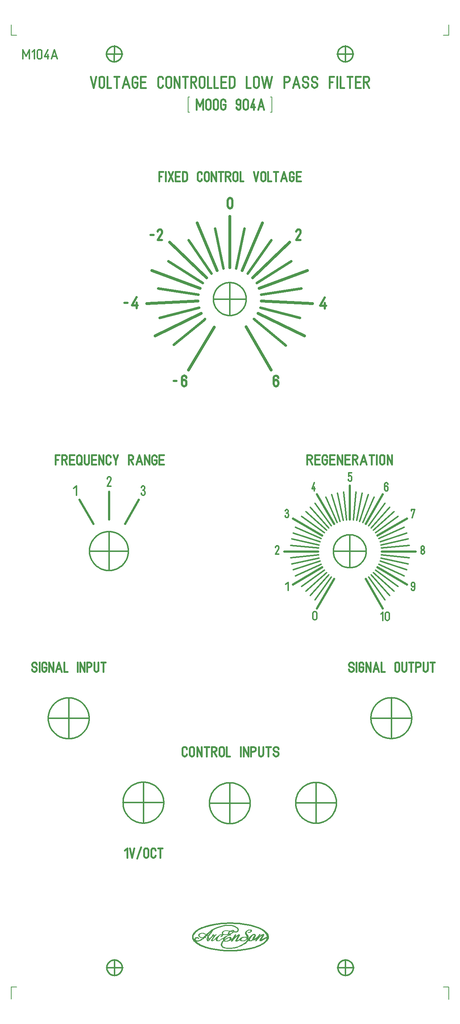
<source format=gbr>
G04 CAM350/DFMSTREAM V12.1 (Build 1022) Date:  Sat Oct 02 14:50:21 2021 *
G04 Database: D:\Mes documents\Projects\Modular Synth\M104x VCF\M104A VCLPF\Front panel design\CAM350\M104A.cam *
G04 Layer 16: M104A.gbr *
%FSLAX23Y23*%
%MOIN*%
%SFA1.000B1.000*%

%MIA0B0*%
%IPPOS*%
%ADD10C,0.00551*%
%ADD11C,0.00787*%
%ADD12C,0.01024*%
%ADD13C,0.01102*%
%ADD14C,0.01181*%
%ADD15C,0.01260*%
%ADD16C,0.01339*%
%ADD17C,0.01417*%
%ADD18C,0.01496*%
%ADD19C,0.01575*%
%ADD70C,0.01654*%
%ADD20C,0.02047*%
%ADD21C,0.02205*%
%ADD22C,0.02677*%
%LNM104A.gbr*%
%LPD*%
G54D10*
X2022Y626D02*
G01X2026Y631D01*
X2030*
X2032Y632*
X2035Y633*
X2040Y634*
X2042Y631*
X2037Y632*
X2034*
X2032Y631*
X2030Y629*
X2027Y628*
X2026Y624*
X2030*
X2033Y622*
X2039Y621*
X2040*
X1950Y597D02*
G01X1955Y596D01*
X1957Y595*
X1962Y594*
X1967*
X1971*
X1978*
X1982*
X1987*
X1991Y595*
X1996Y596*
X2001*
X1994Y594*
X1986*
X1979Y593*
X1974Y592*
X1967*
X1954*
X2003Y596D02*
G01X2007Y600D01*
X2010*
X2014*
X2021Y603*
X2026Y605*
X2030Y607*
X2034Y609*
X2037Y611*
X2038Y612*
X2040Y616*
X2049Y620*
X2047Y617*
X2041Y612*
X2036Y609*
X2031Y607*
X2025Y604*
X2019Y601*
X2012Y600*
X1859Y591D02*
G01X1862Y596D01*
X1864*
X1867Y598*
X1879Y589D02*
G01X1883Y592D01*
X1888Y594*
X1884Y590*
X1956Y564D02*
G01X1955Y557D01*
X1954Y552*
X1953Y547*
X1952Y544*
X1953Y541*
X1955Y537*
X1958Y535*
X1962Y533*
X1964Y532*
X1967*
X1970*
X1979*
X1984*
X1990Y534*
X2001Y537*
X2008Y539*
X2018Y544*
X2029Y549*
X2040Y557*
X2037Y556*
X2022Y548*
X2023Y551*
X2024Y559*
X2025Y561*
X2024Y565*
X2021Y567*
X2018Y569*
X2012*
X2007*
X2002Y566*
X1994Y563*
X1984Y559*
X1975Y553*
X1968Y549*
X1963Y545*
Y550*
Y555*
X1966Y559*
X1968Y563*
X1970Y566*
X1975Y571*
X1979Y573*
X1982Y577*
X1988Y580*
X1966Y569D02*
G01X1959Y557D01*
X1958Y548*
X1959Y540*
X1963Y544*
X1962Y545*
X1963Y543*
X1965Y546*
X1961Y542D02*
G01X1966Y545D01*
X1974Y551*
X1982Y557*
X1990Y561*
X1993Y562*
X1998Y565*
X2002*
X2008*
X2012Y564*
X2014Y561*
X2015Y557*
Y554*
X2014Y551*
X2013Y547*
X2010Y545*
X2007Y542*
X2003Y539*
X1998Y537*
X1993Y535*
X1987Y534*
X1980Y533*
X1974*
X1970Y535*
X1969Y536*
X1967Y537*
X1964Y540*
X1963Y537*
X2014Y566D02*
G01X2021Y563D01*
X2020Y553*
X2018Y545*
X2039Y553D02*
G01Y557D01*
X2058Y589*
X2060Y590*
X2065Y592*
X2062Y591*
X2066Y593*
X2069*
X2070*
X2061Y578*
X2055Y565*
X2059Y567*
X2062Y569*
X2064Y570*
X2072Y577*
X2078Y583*
X2083Y587*
X2087Y589*
X2092Y592*
X2094Y593*
X2095*
X2099*
X2101Y591*
X2102Y589*
Y585*
X2097Y577*
X2080Y548*
X2078Y545*
Y541*
X2081Y540*
X2083Y539*
X2087Y540*
X2092Y542*
X2097Y545*
X2102Y549*
X2105Y550*
X2107Y553*
X2108Y556*
X2110Y559*
X2115Y562*
X2120Y565*
X2124Y566*
X2130Y569*
X2136Y570*
X2141*
X2148Y571*
X2155*
X2159Y570*
X2164Y569*
X2169Y567*
X2178Y559*
X2183Y548*
X2036Y550D02*
G01X2032Y545D01*
X2026Y533*
X2033Y534*
X2038Y540*
X2047Y550*
X2059Y564*
X2070Y574*
X2080Y581*
X2085Y585*
X2091Y586*
X2093Y585*
X2090Y579*
X2072Y551*
X2068Y544*
X2066Y541*
Y536*
X2067Y535*
X2069Y533*
X2072Y532*
X2077Y533*
X2080*
X2094Y540*
X2101Y545*
X2106*
X2108Y543*
Y541*
X2110Y539*
X2115Y537*
X2117Y536*
X2122Y535*
X2136Y536*
X2142Y537*
X2148Y538*
X2157Y542*
X2163Y547*
X2170Y552*
X2173Y556*
X2171Y563*
X2170Y564*
X2167Y565*
X2164Y567*
X2159Y569*
X2156*
X2149*
X2142*
X2134Y567*
X2129Y565*
X2124Y563*
X2121Y561*
X2118Y557*
X2116Y553*
X2115Y549*
X2116Y545*
X2118Y541*
X2120Y538*
X2124Y537*
X2128*
X2137*
X2144*
X2149Y540*
X2156Y544*
X2161Y548*
X2165Y552*
X2167Y556*
X2168Y558*
X2171Y561*
X2118D02*
G01X2112Y554D01*
X2107Y549*
X2111*
X2113Y542*
X2081Y536D02*
G01X2074Y537D01*
X2071Y538*
X2073Y541*
X2086Y566*
X2098Y588*
X2094Y589*
X2064D02*
G01X2032Y538D01*
X2055Y565*
X1956Y543D02*
G01X1953Y538D01*
X1944Y529*
X1939Y520*
X1935Y511*
X1934Y506*
Y495*
X1935Y490*
X1938Y486*
X1941Y482*
X1947Y478*
X1954Y474*
X1959Y472*
X1969Y470*
X1966Y471D02*
G01X1968Y470D01*
X1978Y469*
X1983Y468*
X2022Y467*
X2046Y469*
X2057Y470*
X2069Y474*
X2081Y478*
X2076Y476D02*
G01X2085Y479D01*
X2103Y486*
X2115Y491*
X2127Y497*
X2141Y505*
X2152Y511*
X2161Y518*
X2167Y525*
X2172Y530*
X2176Y533*
X2179Y538*
X2182Y544*
X2175Y552*
Y547*
X2174Y541*
X2170Y535*
X2164Y528*
X2158Y522*
X2147Y512*
X2136Y506*
X2126Y500*
X2116Y495*
X2104Y490*
X2092Y484*
X2079Y480*
X2065Y477*
X2055Y474*
X2045Y473*
X2033Y471*
X2023Y470*
X2002*
X1994*
X1983*
X1975Y471*
X1969Y474*
X1961Y477*
X1955Y478*
X1951Y482*
X1948Y484*
X1944Y487*
X1943Y490*
X1941Y494*
X1940Y498*
X1939Y501*
X1940Y506*
X1941Y510*
X1943Y516*
X1945Y522*
X1948Y526*
X1952Y532*
X1956Y536*
X1935Y502D02*
G01X1941Y488D01*
X1949Y479*
X2169Y527D02*
G01X2181Y547D01*
X2170Y564D02*
G01X2171Y569D01*
Y571*
Y574*
X2170Y577*
X2161Y591*
X2159Y596*
X2157Y599*
X2156Y602*
Y608*
X2157Y613*
X2159Y618*
X2163Y622*
X2167Y627*
X2172Y630*
X2179Y633*
X2183Y635*
X2189Y636*
X2192Y638*
X2207*
X2210Y637*
X2213Y634*
X2214Y632*
Y628*
X2211Y623*
X2207Y619*
X2201Y616*
X2195Y614*
X2188Y613*
X2186Y612*
X2180*
X2182Y613*
X2187*
X2188Y614*
X2197Y616*
X2202Y620*
X2203Y621*
X2205Y624*
X2207Y627*
Y630*
X2205Y632*
X2204Y633*
X2203Y634*
X2200Y635*
X2197Y636*
X2192*
X2189*
X2187Y635*
X2182Y633*
X2177Y631*
X2174Y628*
X2170Y624*
X2167Y620*
X2165Y616*
X2164Y611*
X2166Y606*
X2167Y600*
X2178Y585*
X2180Y581*
X2181Y575*
Y569*
X2179Y565*
X2178Y561*
X2174Y564*
X2178Y577*
X2175*
X2172Y585*
X2170Y586*
X2163Y597*
X2160Y606*
X2162Y616*
X2168Y627*
X2177Y632*
X2185Y635*
X2193Y636*
X2204*
X2210Y633*
X2209Y625*
X2184Y548D02*
G01X2185Y552D01*
X2187Y553*
Y557*
X2189Y562*
X2191Y565*
X2197Y573*
X2202Y577*
X2207Y582*
X2211Y586*
X2217Y590*
X2222Y593*
X2227Y595*
X2232Y596*
X2238*
X2242Y595*
X2245Y594*
X2247Y591*
X2248Y586*
X2249Y582*
X2247Y577*
X2244Y569*
X2242Y565*
X2239Y561*
X2236Y557*
X2233Y554*
X2234Y553*
X2222Y544*
X2217Y540*
X2211Y537*
X2206Y536*
X2202Y535*
X2195*
X2192*
X2189Y537*
X2187Y540*
X2185Y542*
X2196Y546*
Y549*
X2197Y553*
X2199Y559*
X2201Y563*
X2205Y569*
X2208Y574*
X2211Y578*
X2215Y582*
X2219Y585*
X2221Y589*
X2225Y591*
X2228Y593*
X2231Y594*
X2234*
X2238Y593*
X2239Y590*
X2241Y587*
Y582*
X2240Y579*
X2239Y580*
X2234Y573*
X2230Y569*
X2227Y563*
X2226Y557*
X2224Y553*
X2222Y550*
X2219Y546*
X2215Y543*
X2211Y540*
X2207Y538*
X2204Y537*
X2201Y538*
X2200Y540*
X2198Y541*
X2196Y545*
X2191Y541*
X2195Y538*
X2189Y546*
X2191Y550*
X2197Y565*
X2210Y580*
X2222Y592*
X2230Y594*
X2239*
X2244Y586*
X2242Y574*
X2224Y549*
X2240Y574*
X2311Y633D02*
G01X2325Y624D01*
X2337Y613*
X2344Y604*
X2350Y596*
X2354Y588*
X2357Y577*
X2352Y560*
Y553*
X2331Y519D02*
G01X2340Y533D01*
X2345Y541*
X2349Y547*
X2350Y550*
X2353Y557*
X2342Y621D02*
G01X2346Y618D01*
X2356Y607*
X2361Y599*
X2365Y592*
X2367Y585*
X2368Y577*
Y564*
Y560*
X2365Y553*
X2360Y545*
X2356Y537*
X2350Y532*
X2222Y548D02*
G01X2226Y545D01*
X2231Y543*
X2234Y544*
X2238Y545*
X2242Y548*
X2255Y560*
X2260Y559*
X2261Y556*
X2259*
Y555*
X2248Y536*
X2257Y537*
X2258Y539*
X2264Y545*
X2272Y556*
X2282Y566*
X2286Y572*
X2294Y579*
X2301Y584*
X2305Y588*
X2309Y589*
X2314*
X2313Y583*
X2309Y577*
X2290Y548*
X2289Y543*
Y540*
X2290Y537*
X2293Y536*
X2295*
X2299Y537*
X2302*
X2352Y565*
X2360Y577*
X2356Y573*
X2301Y545*
X2302Y552*
X2322Y583*
X2325Y589*
Y592*
Y594*
X2322Y596*
X2318*
X2313Y594*
X2308Y592*
X2300Y585*
X2285Y572*
X2280Y567*
X2282Y576*
Y579*
X2293Y595*
Y596*
X2288Y595*
X2283Y594*
X2282Y591*
X2275Y581*
X2258Y565*
X2246Y554*
X2242Y550*
X2239Y549*
X2235Y550*
X2230Y547*
X2237*
X2244Y552*
X2253Y559*
X2263Y564*
X2262Y554*
X2255Y541*
X2278Y569*
X2265Y559*
X2279Y576*
X2263Y565*
X2281Y581*
X2287Y593*
X2273Y567*
X2283Y572*
X2286Y573*
X2292Y577*
X2300Y585*
X2308Y591*
X2317Y593*
X2322*
X2292Y541*
X2297Y544*
X2295Y539*
X2352Y569*
X2294Y538*
X2297Y548*
X2319Y590*
X2162Y595D02*
G01X2169Y583D01*
X2177Y580*
X2176Y575D02*
G01X2171Y589D01*
X2165Y600*
X2157Y603*
X2166Y593*
X2177Y565*
X2174Y556*
X2181Y549*
X2189Y545*
X2194Y564*
X1956Y551D02*
G01X1958Y539D01*
X1967Y534*
G54D11*
X2046Y620D02*
G01X2047Y621D01*
Y624*
Y627*
X2046Y630*
X2045Y631*
X2042Y632*
X2040*
X2045*
X2049Y631*
X2052Y630*
X2053Y628*
X2052Y625*
X4026Y114D02*
G01X3975D01*
X54D02*
G01X4D01*
X54Y8849D02*
G01X4D01*
X4026D02*
G01X3975D01*
X4026Y114D02*
G01Y1D01*
Y8852D02*
G01Y8947D01*
X3059Y4111D02*
G01X3175D01*
X3117Y4169D02*
G01Y4053D01*
X844Y4112D02*
G01X962D01*
X904Y4170D02*
G01Y4053D01*
X1953Y6423D02*
G01X2069D01*
X2011Y6482D02*
G01Y6365D01*
X1797Y592D02*
G01X1795Y594D01*
X1789Y596*
X1785Y600*
X1782Y601*
X1776Y604*
X1771Y605*
X1765Y606*
X1760Y607*
X1753*
X1746Y605*
X1741Y604*
X1737Y602*
X1733Y599*
X1730Y595*
X1727Y592*
X1726Y587*
Y585*
X1728Y581*
X1726Y582*
X1729Y579*
X1732Y576*
X1729Y579*
X1730Y577*
X1733Y574*
X1736Y573*
X1739Y570*
X1742Y569*
X1747Y568*
Y567*
X1753Y566*
X1759Y565*
X1774*
X1789*
X1791*
X1762*
X1753Y566*
X1746Y569*
X1742Y571*
X1736Y574*
X1734Y576*
X1733Y577*
X1732Y579*
X1731Y581*
X1730Y584*
Y587*
X1731Y591*
Y593*
X1733Y596*
X1735Y599*
X1739Y601*
X1745Y604*
X1750Y605*
X1757Y606*
X1766*
Y605*
X1774Y604*
X1778Y601*
X1782Y599*
X1789Y596*
X1792Y594*
X1795Y592*
X1789Y587*
X1774Y571*
X1769Y566*
X1785Y579D02*
G01X1797Y594D01*
X1803Y600*
X1809Y606*
X1815Y610*
X1818Y613*
X1796Y591D02*
G01X1800Y587D01*
X1806Y581*
X1812Y575*
X1808Y569*
X1805Y565*
Y561*
X1803Y556*
X1802Y551*
X1803Y546*
X1805Y541*
X1807Y537*
X1809Y536*
Y535*
X1812*
X1815Y537*
X1821Y541*
X1832Y555*
X1837Y561*
X1841Y567*
X1851Y578*
X1852Y580*
X1851Y579*
X1868Y581*
X1867Y576*
X1866Y573*
X1860Y567*
X1856Y561*
X1852Y555*
X1848Y550*
X1846Y546*
X1844Y542*
Y539*
X1845Y537*
X1848Y536*
X1850*
X1855*
X1860Y539*
X1867Y543*
X1874Y549*
X1882Y556*
X1890Y565*
X1899Y572*
X1906Y580*
X1909Y584*
X1915Y587*
X1919Y589*
X1923Y592*
X1927Y594*
X1930*
X1936*
X1946*
X1797Y593D02*
G01X1801Y589D01*
X1816Y572*
X1809Y564*
X1807Y560*
X1805Y556*
Y551*
Y545*
Y541*
X1808Y539*
X1813Y541*
Y542*
X1814Y544*
Y545*
X1817Y549*
Y552*
Y555*
Y559*
Y568*
Y566*
X1818Y562*
Y557*
X1819Y549*
X1822Y550*
X1825Y551*
X1826Y553*
X1830Y557*
X1837Y563*
X1842Y570*
X1848Y577*
X1851Y581*
X1854Y586*
X1857Y589*
X1860Y593*
X1863Y595*
X1860Y591*
X1864Y587*
X1866Y586*
X1867Y587*
X1871*
X1874Y588*
X1879Y589*
X1881Y590*
X1885Y592*
X1867Y569*
X1857Y554*
X1854Y549*
Y545*
X1853Y542*
X1856Y540*
X1857*
X1859Y539*
X1853Y537*
X1848Y541*
X1811Y575D02*
G01X1814Y580D01*
X1819Y589*
X1825Y597*
X1831Y606*
X1837Y613*
X1841Y620*
X1844Y624*
X1852Y628*
X1845Y620*
X1841Y611*
X1834Y602*
X1828Y594*
X1822Y586*
X1814Y575*
X1846Y624D02*
G01X1852Y629D01*
X1856Y634*
X1860Y636*
X1864Y640*
X1868Y643*
X1871Y644*
X1873Y647*
X1876Y648*
X1880Y650*
X1884Y653*
X1887Y655*
X1892Y656*
X1895Y657*
X1900Y659*
X1695Y541D02*
G01Y547D01*
X1694Y549*
Y552*
X1695Y555*
X1696Y557*
X1697Y558*
X1699Y560*
X1701Y561*
X1703Y563*
X1708Y565*
X1712*
X1887Y561D02*
G01Y553D01*
Y545*
X1888Y541*
X1889Y539*
X1891Y537*
X1893Y536*
X1896Y535*
X1900*
X1903*
X1908Y537*
X1915Y538*
X1920Y541*
X1926Y545*
X1934Y550*
X1941Y555*
X1945Y557*
X1951Y561*
X1959Y566*
X1970Y573*
X1976Y576*
X1979Y577*
X1985Y580*
X1990Y582*
X1995Y585*
X2001Y586*
X2006Y588*
X2010Y589*
X2014Y590*
X2019Y591*
X2021*
X2017Y592*
X2014Y593*
X2009Y596*
X2006Y599*
Y600*
X2005Y602*
Y605*
X2006Y608*
Y611*
X2007Y614*
X2010Y618*
X2011Y620*
X2018Y625*
X2022Y628*
X2026Y629*
X1926Y593D02*
G01X1921Y589D01*
X1917Y585*
X1912Y581*
X1908Y576*
X1906Y572*
X1902Y565*
X1900Y561*
X1897Y555*
X1896Y550*
Y546*
X1897Y543*
X1899Y541*
X1901Y539*
X1904Y538*
X1907Y537*
X1909*
X1912Y538*
X1915*
X1901Y570D02*
G01X1892Y559D01*
Y552*
X1893Y541*
X1856Y583D02*
G01X1873Y584D01*
X1931Y577D02*
G01X1929D01*
X1934Y580*
X1936Y581*
X1938Y585*
Y588*
Y591*
X1937Y593*
X1935Y594*
X1932*
X1931Y577D02*
G01Y576D01*
X1935Y577*
X1939Y579*
X1941Y581*
X1944Y585*
X1945Y586*
Y589*
X1948Y592*
X1952Y593*
X1954*
X1942Y596*
X1941Y598*
Y607*
X1942Y610*
X1943Y613*
X1945Y616*
X1947Y619*
X1951Y622*
X1953Y624*
X1957Y626*
X1962Y628*
X1967Y630*
X1970Y631*
X1977*
X1983*
X1989*
X1993Y630*
X1999Y628*
X2005*
X2010Y625*
X2013*
X2018*
X1954Y594D02*
G01X1953Y596D01*
X1950Y597*
X1949Y600*
X1948Y602*
X1947Y604*
Y605*
Y609*
X1948Y612*
Y614*
X1950Y617*
X1951Y619*
X1953Y621*
X1955Y624*
X1959Y626*
X1962Y628*
X2014Y624D02*
G01X2008Y620D01*
X2004Y617*
X2002Y615*
X2001Y612*
X1999Y609*
X1998Y606*
Y600*
Y596*
X2000*
X2006Y593*
X2023Y627D02*
G01X2026Y629D01*
X2020Y624*
X2021*
X2028Y622*
X2033Y620*
X2040*
X2050*
X4Y8851D02*
G01Y8946D01*
Y117D02*
G01Y4D01*
G54D12*
X2073Y661D02*
G01X2078Y656D01*
X2081Y652*
X2085Y648*
X2086Y640*
Y636*
X2085Y630*
X2082Y627*
X2081Y624*
X2078Y623*
X1842Y464D02*
G01X1805Y474D01*
X1773Y486*
X1758Y493*
X1745Y498*
X1732Y506*
X1725Y510*
X1719Y514*
X1714Y517*
X1708Y521*
X1706Y524*
X1705Y526*
X1700Y533*
X1765Y560D02*
G01X1779Y572D01*
X1785Y577*
X1792Y585*
X1801Y594*
X1809Y600*
X1814Y607*
X1819Y613*
X1684Y535D02*
G01X1687Y545D01*
X1690Y551*
Y555*
X1691Y558*
X1693Y561*
X1695Y564*
X1698Y565*
X1700*
X1703Y566*
X1720Y535D02*
G01X1730Y539D01*
X1739Y544*
X1746Y547*
X1754Y552*
X1762Y558*
X1776Y570*
X1805Y599*
X1815Y608*
X1827Y620*
X1835Y627*
X1846Y635*
X1859Y644*
X1872Y650*
X1888Y657*
X1905Y663*
X1921Y668*
X1939Y673*
X1955Y677*
X1969Y679*
X1979Y680*
X2015*
X2027Y679*
X2036Y678*
X2050Y673*
X2064Y667*
X2074Y660*
X2081Y655*
X2085Y649*
X2088Y641*
X2087Y634*
X2086Y628*
X2084Y625*
X2078Y622*
X2071Y620*
X2060Y619*
X2051*
G54D13*
X1722Y537D02*
G01X1720Y536D01*
X1719*
Y536*
Y535*
X1718*
X1717*
X1716*
X1715*
X1714*
X1713*
X1712*
X1711*
X1710*
Y536*
X1709*
X1708*
X1707*
Y537*
X1706*
X1705*
X1704*
X1703*
Y538*
X1702*
X1701Y539*
X1700Y540*
X1699*
Y541*
X1698*
Y542*
X1697*
X1696*
Y543*
Y544*
X1695*
Y545*
X1694Y546*
Y547*
X1693Y548*
Y549*
X1692*
Y550*
Y551*
Y552*
Y553*
Y554*
Y555*
Y556*
Y557*
X1693*
Y558*
X1694*
Y559*
X1695*
Y560*
Y561*
X1696*
X1697Y562*
X1698Y563*
X1699*
Y564*
X1700*
X1701Y565*
X1702*
X1703*
X1704*
Y566*
X1705*
X1706*
X1707*
X1708*
X1709*
X1710*
X1711*
X1712*
X1713*
X1714*
X1715*
Y565*
X1716*
X1717*
X1718*
X1719*
Y565*
X1720*
Y564*
X1721*
X1722*
Y563*
X1723Y562*
X1724*
Y561*
X1725*
X1726*
G54D14*
X1218Y1993D02*
G01Y1618D01*
X2167Y1696D02*
G01X2165Y1693D01*
X2163Y1690*
X2161Y1687*
X2159Y1684*
X2157Y1681*
X2155Y1678*
X2152Y1675*
X2150Y1672*
X2148Y1670*
X2145Y1667*
X2142Y1664*
X2140Y1662*
X2137Y1659*
X2134Y1657*
X2132Y1656*
X2128Y1653*
X2125Y1651*
X2123Y1648*
X2120Y1647*
X2116Y1644*
X2113Y1642*
X2110Y1640*
X2107Y1639*
X2104Y1636*
X2100Y1635*
X2096Y1633*
X2094Y1632*
X2091Y1630*
X2088Y1628*
X2084Y1627*
X2081Y1625*
X2077Y1624*
X2073Y1623*
X2070Y1621*
X2067Y1620*
X2063*
X2060Y1618*
X2056Y1617*
X2053Y1616*
X2049*
X2045Y1615*
X2041Y1614*
X2037*
X2033Y1613*
X2031*
X2027Y1612*
X2023*
X2020*
X2016*
X2012*
X2009*
X2005*
X2001*
X1998*
X1994Y1613*
X1990*
X1986Y1614*
X1982*
X1979Y1615*
X1975Y1616*
X1971*
X1969Y1617*
X1965Y1618*
X1962Y1620*
X1958*
X1955Y1621*
X1951Y1623*
X1947Y1624*
X1943Y1625*
X1940Y1627*
X1937Y1628*
X1933Y1630*
X1930Y1632*
X1927Y1633*
X1923Y1635*
X1920Y1636*
X1917Y1639*
X1914Y1640*
X1911Y1642*
X1907Y1644*
X1905Y1647*
X1902Y1648*
X1900Y1651*
X1896Y1653*
X1893Y1656*
X1891Y1657*
X1888Y1659*
X1885Y1662*
X1882Y1664*
X1880Y1667*
X1877Y1670*
X1875Y1672*
X1872Y1675*
X1869Y1678*
X1867Y1681*
X1864Y1684*
X1862Y1687*
X1860Y1690*
X1858Y1693*
X1856Y1696*
X1853Y1699*
X1852Y1703*
X1850Y1706*
X1848Y1709*
X1846Y1712*
X1844Y1715*
Y1719*
X1842Y1721*
X1841Y1725*
X1839Y1728*
X1838Y1731*
X1837Y1734*
X1835Y1738*
X1834Y1742*
X1833Y1745*
X1832Y1749*
X1831Y1752*
X1830Y1756*
X1829Y1759*
Y1763*
X1828Y1767*
X1827Y1770*
Y1774*
X1826Y1778*
Y1782*
X1825Y1785*
Y1789*
Y1792*
Y1796*
Y1800*
Y1803*
Y1807*
Y1811*
Y1814*
X1826Y1818*
Y1822*
X1827Y1825*
Y1829*
X1828Y1833*
X1829Y1837*
Y1841*
X1830Y1844*
X1831Y1847*
X1832Y1850*
X1833Y1854*
X1834Y1857*
X1835Y1861*
X1837Y1864*
X1838Y1868*
X1839Y1872*
X1841Y1875*
X1842Y1879*
X1844Y1882*
Y1885*
X1846Y1888*
X1848Y1892*
X1850Y1895*
X1852Y1898*
X1853Y1901*
X1856Y1904*
X1858Y1907*
X1860Y1910*
X1862Y1913*
X1864Y1915*
X1867Y1919*
X1869Y1922*
X1872Y1924*
X1875Y1927*
X1877Y1930*
X1880Y1933*
X1882Y1935*
X1885Y1938*
X1888Y1940*
X1891Y1943*
X1893Y1945*
X1896Y1947*
X1900Y1950*
X1902Y1952*
X1905Y1954*
X1907Y1956*
X1911Y1959*
X1914Y1960*
X1917Y1962*
X1920Y1964*
X1923Y1966*
X1927Y1967*
X1930Y1969*
X1933Y1970*
X1937Y1971*
X1940Y1973*
X1943Y1974*
X1947Y1975*
X1951Y1977*
X1955Y1978*
X1958Y1979*
X1962Y1980*
X1965Y1982*
X1969*
X1971Y1983*
X1975Y1984*
X1979Y1985*
X1982Y1986*
X1986*
X1990*
X1994*
X1998Y1987*
X2001*
X2005*
X2009*
X2012Y1988*
X2016Y1987*
X2020*
X2023*
X2027*
X2031Y1986*
X2033*
X2037*
X2041*
X2045Y1985*
X2049Y1984*
X2053Y1983*
X2056Y1982*
X2060*
X2063Y1980*
X2067Y1979*
X2070Y1978*
X2073Y1977*
X2077Y1975*
X2081Y1974*
X2085Y1973*
X2088Y1971*
X2091Y1970*
X2094Y1969*
X2096Y1967*
X2100Y1966*
X2104Y1964*
X2107Y1962*
X2110Y1960*
X2113Y1959*
X2116Y1956*
X2120Y1954*
X2123Y1952*
X2125Y1950*
X2128Y1947*
X2132Y1945*
X2134Y1943*
X2137Y1940*
X2140Y1938*
X2142Y1935*
X2145Y1932*
X2148Y1930*
X2150Y1927*
X2152Y1924*
X2155Y1922*
X2157Y1919*
X2159Y1915*
X2161Y1913*
X2163Y1910*
X2165Y1907*
X2167Y1904*
X2170Y1901*
X2171Y1898*
X2174Y1895*
X2175Y1892*
X2177Y1888*
X2179Y1885*
X2181Y1882*
X2183Y1879*
X2184Y1875*
X2186Y1872*
X2187Y1868*
X2188Y1864*
X2189Y1861*
X2191Y1857*
Y1854*
X2193Y1850*
X2194Y1847*
X2195Y1844*
Y1841*
X2196Y1837*
X2197Y1833*
X2198Y1829*
Y1825*
X2199Y1822*
Y1818*
Y1814*
Y1811*
Y1807*
Y1803*
X2200Y1800*
X2199Y1796*
Y1792*
Y1789*
Y1785*
Y1782*
Y1778*
X2198Y1774*
Y1770*
X2197Y1767*
X2196Y1763*
X2195Y1759*
Y1756*
X2194Y1752*
X2193Y1749*
X2191Y1745*
Y1742*
X2189Y1738*
X2188Y1734*
X2187Y1731*
X2185Y1728*
X2184Y1725*
X2183Y1721*
X2181Y1719*
X2179Y1715*
X2177Y1712*
X2175Y1709*
X2174Y1706*
X2171Y1703*
X2170Y1699*
X2167Y1696*
X1825Y1800D02*
G01X2199D01*
X2012Y1987D02*
G01Y1612D01*
X3241Y4029D02*
G01X3239Y4026D01*
X3238Y4024*
X3235Y4022*
X3234Y4019*
X3232Y4017*
X3230Y4014*
X3228Y4012*
X3226Y4010*
X3224Y4008*
X3222Y4006*
X3220Y4004*
X3219Y4002*
X3216Y4000*
X3215Y3998*
X3212Y3996*
X3210Y3994*
X3207Y3992*
X3205Y3990*
X3203Y3988*
X3200Y3986*
X3198Y3985*
X3195Y3983*
X3192Y3982*
X3190Y3980*
X3187Y3978*
X3184*
X3182Y3976*
X3179Y3974*
X3176*
X3173Y3972*
X3171Y3971*
X3167Y3970*
X3165*
X3162Y3969*
X3159Y3968*
X3157Y3967*
X3154*
X3152*
X3148Y3966*
X3145Y3965*
X3142Y3964*
X3140*
X3136Y3963*
X3133*
X3130*
X3128*
X3124Y3962*
X3121*
X3119*
X3116*
X3112*
X3110*
X3107*
X3104Y3963*
X3100*
X3098*
X3095*
X3093Y3964*
X3090*
X3087Y3965*
X3084Y3966*
X3081Y3967*
X3078*
X3075*
X3072Y3968*
X3069Y3969*
X3066Y3970*
X3064*
X3061Y3971*
X3057Y3973*
X3055Y3974*
X3053*
X3049Y3976*
X3047Y3978*
X3044*
X3041Y3980*
X3039Y3982*
X3036Y3983*
X3033Y3985*
X3032Y3986*
X3030Y3988*
X3027Y3990*
X3025Y3992*
X3022Y3994*
X3020Y3996*
X3018Y3998*
X3015Y4000*
X3014Y4002*
X3011Y4004*
X3009Y4006*
X3007Y4008*
X3005Y4010*
X3003Y4012*
X3001Y4014*
X2999Y4017*
X2997Y4019*
X2995Y4022*
X2993Y4024*
X2991Y4026*
X2990Y4029*
X2988Y4031*
X2986Y4033*
X2985Y4036*
X2983Y4038*
X2982Y4041*
X2981Y4044*
X2979Y4046*
X2978Y4049*
X2977Y4052*
X2975Y4055*
X2974Y4057*
Y4061*
X2973Y4063*
X2971Y4066*
X2970Y4069*
Y4072*
X2969Y4075*
Y4077*
Y4081*
X2968Y4084*
X2967Y4087*
Y4089*
Y4093*
X2966Y4095*
Y4098*
Y4100*
X2965Y4104*
Y4107*
Y4110*
Y4112*
Y4116*
Y4119*
Y4122*
X2966Y4124*
Y4128*
Y4131*
X2967Y4134*
Y4136*
Y4140*
X2968Y4143*
X2969Y4146*
Y4148*
Y4152*
X2970Y4155*
Y4157*
X2971Y4159*
X2973Y4162*
X2974Y4165*
Y4167*
X2976Y4171*
X2977Y4173*
X2978Y4176*
X2979Y4179*
X2981Y4181*
X2982Y4184*
X2983Y4187*
X2985Y4189*
X2986Y4192*
X2988Y4195*
X2990Y4197*
X2991Y4199*
X2993Y4202*
X2995Y4204*
X2997Y4207*
X2999Y4209*
X3001Y4211*
X3003Y4214*
X3005Y4216*
X3007Y4219*
X3009*
X3011Y4222*
X3014Y4223*
X3015Y4226*
X3018Y4227*
X3020Y4230*
X3022Y4231*
X3025Y4233*
X3027Y4235*
X3030Y4237*
X3032Y4238*
X3033Y4240*
X3036Y4242*
X3039Y4243*
X3041Y4245*
X3044Y4246*
X3047Y4247*
X3049Y4249*
X3053Y4250*
X3055Y4251*
X3058Y4253*
X3061Y4254*
X3064Y4255*
X3066Y4256*
X3069Y4257*
X3072Y4258*
X3075*
X3078Y4259*
X3081Y4260*
X3084Y4261*
X3087Y4262*
X3090*
X3093*
X3095Y4263*
X3098*
X3101Y4264*
X3104*
X3107*
X3110*
X3112*
X3116*
X3119*
X3121*
X3124*
X3128*
X3131*
X3133Y4263*
X3136*
X3140Y4262*
X3142*
X3145*
X3148Y4261*
X3152Y4260*
X3154Y4259*
X3157Y4258*
X3159*
X3162Y4257*
X3165Y4256*
X3167Y4255*
X3171Y4254*
X3174Y4253*
X3176Y4251*
X3179Y4250*
X3182Y4249*
X3184Y4247*
X3187Y4246*
X3190Y4245*
X3192Y4243*
X3195Y4242*
X3198Y4240*
X3200Y4238*
X3203Y4237*
X3205Y4235*
X3207Y4233*
X3210Y4231*
X3212Y4230*
X3215Y4227*
X3216Y4226*
X3219Y4223*
X3220Y4222*
X3222Y4219*
X3224*
X3226Y4216*
X3228Y4214*
X3230Y4211*
X3232Y4209*
X3234Y4207*
X3235Y4204*
X3238Y4202*
X3239Y4199*
X3241Y4197*
X3242Y4195*
X3244Y4192*
X3246Y4189*
X3247Y4187*
X3249Y4184*
X3250Y4181*
X3252Y4179*
X3253Y4176*
X3254Y4173*
X3255Y4171*
X3257Y4167*
X3258Y4165*
Y4162*
X3259Y4159*
X3261Y4157*
X3262Y4155*
Y4152*
Y4148*
X3263Y4146*
X3264Y4143*
X3265Y4140*
Y4136*
X3266Y4134*
Y4131*
Y4128*
Y4124*
X3267Y4122*
Y4119*
Y4116*
Y4112*
Y4110*
Y4107*
Y4104*
X3266Y4100*
Y4098*
Y4095*
Y4093*
X3265Y4089*
Y4087*
X3264Y4084*
X3263Y4081*
X3262Y4077*
Y4075*
Y4072*
X3261Y4069*
X3259Y4066*
X3258Y4063*
Y4061*
X3257Y4057*
X3255Y4054*
X3254Y4052*
X3253Y4049*
X3252Y4046*
X3250Y4044*
X3249Y4041*
X3247Y4038*
X3246Y4036*
X3244Y4033*
X3242Y4031*
X3241Y4029*
X2965Y4112D02*
G01X3267D01*
X3116Y4264D02*
G01Y3962D01*
X953Y364D02*
G01X952Y215D01*
X1009Y8638D02*
G01X1008Y8637D01*
X1007Y8636*
X1006Y8635*
Y8633*
X1005Y8632*
X1004Y8631*
X1002Y8630*
Y8629*
X1001Y8628*
X1000Y8627*
X998Y8626*
Y8625*
X997Y8624*
X996Y8623*
X994Y8622*
Y8621*
X992Y8620*
X991*
X990Y8619*
X989Y8618*
X987Y8617*
X986Y8616*
X985*
X984Y8615*
X982Y8614*
X980Y8613*
X979Y8612*
X978*
X976*
X975Y8611*
X974*
X973Y8610*
X971Y8609*
X970*
X969Y8608*
X968*
X967*
X966*
X964*
X963*
X961Y8607*
X960*
X959*
X957Y8606*
X955*
X953*
X951*
X950*
X949*
X947*
X946*
X944*
X943Y8607*
X942*
X940*
X939*
X938Y8608*
X936*
X935*
X933*
X932*
X931*
X929Y8609*
X927*
Y8610*
X925Y8611*
X923*
Y8612*
X921*
X919*
Y8613*
X917Y8614*
X916*
X915Y8615*
X914Y8616*
X912*
X911Y8617*
X910Y8618*
X909Y8619*
X907Y8620*
Y8621*
X905Y8622*
X904Y8623*
Y8624*
X902Y8625*
X901Y8626*
X900Y8627*
Y8628*
X899Y8629*
X897Y8630*
X896Y8631*
Y8632*
X895Y8633*
X894Y8635*
X893Y8636*
X892Y8637*
Y8638*
X891Y8640*
X890*
X889Y8642*
X888Y8643*
Y8644*
Y8645*
X887Y8647*
X886Y8648*
X885Y8649*
X884Y8651*
Y8652*
Y8653*
Y8654*
X883Y8656*
X882Y8657*
Y8657*
X881Y8659*
Y8660*
X880Y8661*
Y8663*
Y8664*
Y8666*
Y8667*
Y8668*
Y8670*
Y8671*
Y8672*
Y8674*
Y8675*
X879Y8677*
X880Y8678*
Y8679*
Y8681*
Y8683*
Y8685*
Y8687*
Y8688*
Y8689*
Y8691*
Y8692*
X881Y8694*
Y8695*
X882Y8696*
Y8698*
X883Y8699*
X884Y8700*
Y8702*
Y8703*
X885Y8704*
Y8706*
X886Y8707*
X887Y8708*
X888Y8710*
Y8711*
Y8712*
X889Y8713*
X890Y8715*
X891*
X892Y8717*
Y8718*
X893Y8719*
X894*
X895Y8720*
X896Y8722*
X897Y8723*
X899Y8725*
X900Y8726*
X901Y8727*
X902Y8728*
X904Y8730*
X905Y8731*
X907Y8732*
Y8733*
Y8734*
X909*
X910Y8735*
X911Y8736*
X912Y8737*
X914Y8738*
X915*
X916Y8739*
X917*
X919Y8740*
Y8741*
X921Y8742*
X923*
X925Y8743*
X927*
Y8744*
X929Y8745*
X931*
X932Y8746*
X933*
X935*
X936*
X938*
X939Y8747*
X940*
X942*
X943*
X944*
X946*
X947*
X949*
X950*
X951*
X953*
X955*
X957*
X959*
X960*
X961*
X963Y8746*
X964*
X966*
X967*
X968*
X969Y8745*
X970*
X971Y8744*
X973Y8743*
X974*
X975Y8742*
X977*
X978*
X979Y8741*
X980Y8740*
X982Y8739*
X984Y8738*
X985*
X986Y8737*
X987Y8736*
X989Y8735*
X990Y8734*
X991*
X992Y8733*
X994Y8732*
Y8731*
X996Y8730*
X997*
X998Y8728*
Y8727*
X1000Y8726*
X1001*
X1002Y8725*
Y8723*
X1004Y8722*
X1005*
X1006Y8720*
Y8719*
X1007*
X1008Y8718*
X1009Y8717*
X1010Y8715*
X1011Y8713*
X1012Y8712*
X1013Y8711*
Y8710*
X1014Y8708*
Y8707*
X1015Y8706*
Y8704*
X1016Y8703*
Y8702*
X1017Y8700*
X1018Y8699*
Y8698*
Y8696*
Y8695*
Y8694*
X1019Y8692*
Y8691*
Y8689*
X1020Y8688*
Y8687*
Y8685*
X1021Y8683*
Y8681*
Y8679*
Y8678*
Y8677*
Y8675*
Y8674*
Y8672*
Y8671*
X1020Y8670*
Y8668*
Y8667*
Y8666*
X1019Y8664*
Y8663*
Y8661*
X1018Y8660*
Y8659*
Y8657*
Y8657*
Y8656*
X1017Y8654*
X1016Y8653*
Y8652*
X1015Y8650*
Y8649*
X1014Y8648*
Y8647*
X1013Y8645*
Y8644*
X1012Y8643*
X1011Y8642*
X1010Y8640*
X1009Y8638*
X876Y8677D02*
G01X1026D01*
X876*
X951Y8752D02*
G01X950Y8602D01*
X1011Y250D02*
G01X1010D01*
Y248*
X1009Y247*
X1008Y246*
X1007Y245*
X1006Y243*
X1005Y242*
X1004*
X1003Y241*
X1002Y239*
X1001Y238*
X1000*
X999Y237*
X998Y235*
X997Y234*
X996*
X994Y233*
Y232*
X992Y231*
X991Y230*
X990*
X989Y229*
X987Y228*
X986Y227*
X985Y226*
X984*
X982*
Y225*
X980Y224*
X978*
Y223*
X976*
X975Y222*
X974*
X972*
X971Y221*
X970*
X969*
X968Y220*
X967*
X965*
X963Y219*
X961*
X959*
X958*
X957*
X955*
X954*
X952*
X951*
X950*
X948*
X947*
X946*
X944*
X943*
X941*
X940Y220*
X939*
X937*
X935Y221*
X933*
X931Y222*
X930*
X929*
X927Y223*
X926*
X925Y224*
X923*
X922Y225*
X921Y226*
X919*
X917Y227*
X916Y228*
X915Y229*
X914Y230*
X912*
X911Y231*
X910Y232*
X909Y233*
X908Y234*
X907*
Y235*
X906Y237*
X904Y238*
X903Y239*
X902Y241*
X901Y242*
X900*
X899Y243*
X898Y245*
X897Y246*
X896Y247*
Y248*
X895Y250*
X894*
X893Y252*
X892Y253*
Y254*
X891Y255*
X890Y257*
Y258*
X889Y259*
X888Y260*
Y262*
X887Y263*
Y264*
X886Y266*
X885Y268*
X884Y270*
Y272*
Y274*
X883*
Y276*
Y278*
X882Y279*
Y280*
Y282*
Y282*
Y284*
Y285*
Y286*
Y288*
Y289*
Y290*
Y292*
Y293*
Y295*
Y296*
Y297*
Y299*
Y301*
X883*
Y303*
Y305*
X884Y306*
Y307*
Y309*
Y310*
X885Y312*
X886Y313*
Y314*
X887Y316*
X888Y317*
Y318*
Y320*
X889Y321*
X890Y322*
Y323*
X891Y325*
X892*
Y327*
X893Y328*
X894Y329*
X895Y330*
X896Y332*
Y333*
X897*
X898Y335*
X899Y336*
X900Y337*
X901Y338*
X902Y339*
X903Y340*
X904Y341*
X906Y343*
X907Y344*
Y344*
X908*
X909Y345*
X910Y346*
X911Y347*
X912Y348*
X914*
X915Y349*
X916Y350*
X917Y351*
X919Y352*
X921*
X922Y353*
X923Y354*
X925Y355*
X926*
X927Y356*
X929*
X930*
X931Y357*
X933*
X935Y358*
X937Y359*
X939*
X940*
X941Y360*
X943*
X944*
X946*
X947*
X948*
X950*
X951*
X952*
X954*
X955*
X957*
X958*
X959*
X961*
X963*
X965Y359*
X967*
X968*
X969Y358*
X970*
X971Y357*
X972*
X974Y356*
X975*
X976*
X978Y355*
X979*
X980Y354*
X982Y353*
Y352*
X984*
X985*
X986Y351*
X987Y350*
X989Y349*
X990Y348*
X991*
X992Y347*
X994Y346*
Y345*
X996Y344*
X997*
X998*
X999Y343*
X1000Y341*
X1001*
X1002Y340*
X1003Y339*
X1004Y338*
X1005Y337*
X1006Y336*
X1007Y335*
X1008Y333*
X1009*
X1010Y332*
Y330*
X1011Y329*
X1012Y328*
X1013Y327*
X1014Y325*
X1015Y323*
Y322*
X1016Y321*
X1017Y320*
X1018Y318*
Y317*
Y316*
Y314*
X1019Y313*
X1020Y312*
Y310*
X1021Y309*
Y307*
Y306*
X1022Y305*
Y303*
Y301*
Y299*
Y297*
Y296*
X1023Y295*
Y293*
Y292*
Y290*
Y289*
Y288*
Y286*
Y285*
Y284*
X1022Y282*
Y282*
Y280*
Y279*
Y278*
Y276*
Y274*
X1021*
Y272*
Y270*
X1020*
Y268*
X1019Y266*
X1018*
Y264*
Y262*
X1017Y260*
X1016Y259*
X1015Y258*
Y257*
X1014Y255*
Y254*
X1013Y253*
X1012Y252*
X1011Y250*
X878Y289D02*
G01X1028D01*
X878*
X2138Y6344D02*
G01X2136Y6342D01*
X2135Y6340*
X2132Y6337*
X2131Y6335*
X2129Y6333*
X2127Y6330*
X2125Y6328*
X2123Y6325*
X2121Y6323*
X2119Y6321*
X2117Y6319*
X2115Y6317*
X2112Y6315*
X2110Y6313*
X2108Y6311*
X2105Y6309*
X2103Y6308*
X2100Y6305*
X2098Y6304*
X2096Y6302*
X2094Y6301*
X2092Y6299*
X2089Y6297*
X2086Y6296*
X2084Y6294*
X2081Y6293*
X2078Y6291*
X2076Y6290*
X2073Y6289*
X2070Y6288*
X2068Y6286*
X2065Y6285*
X2062*
X2059Y6284*
X2057Y6282*
X2053*
X2050*
X2048*
X2045Y6281*
X2041Y6280*
X2038Y6279*
X2036*
X2033Y6278*
X2030*
X2027*
X2025*
X2022Y6277*
X2018*
X2015*
X2013*
X2010*
X2006*
X2003*
X2001Y6278*
X1998*
X1994*
X1991*
X1989Y6279*
X1986*
X1982Y6280*
X1979Y6281*
X1977Y6282*
X1974*
X1970*
X1969*
X1966Y6284*
X1963Y6285*
X1960*
X1958Y6286*
X1955Y6288*
X1952Y6289*
X1949Y6290*
X1947Y6291*
X1944Y6293*
X1941Y6294*
X1939Y6296*
X1936Y6297*
X1933Y6299*
X1931Y6301*
X1928Y6302*
X1926Y6304*
X1923Y6305*
X1921Y6308*
X1919Y6309*
X1916Y6311*
X1914Y6313*
X1911Y6315*
X1909Y6317*
X1907Y6319*
X1906Y6321*
X1904Y6323*
X1902Y6325*
X1900Y6328*
X1898Y6330*
X1896Y6333*
X1894Y6335*
X1892Y6337*
X1890Y6340*
X1888Y6342*
X1887Y6344*
X1885Y6346*
X1884Y6348*
X1882Y6351*
X1880Y6354*
X1879Y6356*
X1878Y6359*
X1876Y6362*
X1875Y6364*
X1874Y6367*
X1872Y6370*
Y6372*
X1871Y6376*
X1870Y6378*
X1868Y6381*
Y6384*
X1867Y6387*
X1866Y6390*
Y6392*
X1865Y6396*
X1864Y6399*
Y6402*
Y6404*
X1863Y6407*
X1862Y6410*
Y6413*
Y6415*
X1861Y6419*
Y6422*
Y6425*
Y6427*
Y6431*
Y6434*
Y6437*
X1862Y6439*
Y6443*
Y6446*
X1863Y6449*
X1864Y6451*
Y6455*
Y6458*
X1865Y6461*
X1866Y6463*
Y6467*
X1867Y6469*
X1868Y6471*
Y6474*
X1870Y6477*
X1871Y6480*
X1872Y6482*
X1873Y6486*
X1874Y6488*
X1875Y6491*
X1876Y6494*
X1878Y6496*
X1879Y6499*
X1880Y6502*
X1882Y6504*
X1884Y6507*
X1885Y6510*
X1887Y6512*
X1888Y6514*
X1890Y6517*
X1892Y6519*
X1894Y6522*
X1896Y6524*
X1898Y6526*
X1900Y6529*
X1902Y6531*
X1904Y6533*
X1906Y6534*
X1907Y6537*
X1909Y6538*
X1911Y6541*
X1914Y6542*
X1916Y6545*
X1919Y6546*
X1921Y6548*
X1923Y6550*
X1926Y6552*
X1928Y6553*
X1931Y6555*
X1933Y6557*
X1936Y6558*
X1939Y6560*
X1941Y6561*
X1944Y6562*
X1947Y6564*
X1949Y6565*
X1952Y6566*
X1955Y6568*
X1958Y6569*
X1960Y6570*
X1963Y6571*
X1966Y6572*
X1969Y6573*
X1970*
X1974Y6574*
X1977Y6575*
X1979Y6576*
X1982Y6577*
X1986*
X1989*
X1991Y6578*
X1994*
X1998Y6579*
X2001*
X2003*
X2006*
X2010*
X2013*
X2015*
X2018*
X2022*
X2025*
X2027*
X2030Y6578*
X2033*
X2036Y6577*
X2038*
X2041*
X2045Y6576*
X2048Y6575*
X2050Y6574*
X2053Y6573*
X2057*
X2059Y6572*
X2062Y6571*
X2065Y6570*
X2068Y6569*
X2070Y6568*
X2073Y6566*
X2076Y6565*
X2078Y6564*
X2081Y6562*
X2084Y6561*
X2086Y6560*
X2089Y6558*
X2092Y6557*
X2094Y6555*
X2096Y6553*
X2098Y6552*
X2100Y6550*
X2103Y6548*
X2105Y6546*
X2108Y6545*
X2110Y6542*
X2112Y6541*
X2115Y6538*
X2117Y6537*
X2119Y6534*
X2121Y6533*
X2123Y6531*
X2125Y6529*
X2127Y6526*
X2129Y6524*
X2131Y6522*
X2132Y6519*
X2135Y6517*
X2136Y6514*
X2138Y6512*
X2140Y6510*
X2141Y6507*
X2143Y6504*
X2144Y6502*
X2146Y6499*
X2147Y6496*
X2148Y6494*
X2150Y6491*
X2151Y6488*
X2152Y6486*
X2153Y6482*
X2155Y6480*
X2156Y6477*
Y6474*
X2157Y6471*
Y6469*
X2158Y6467*
X2159Y6463*
Y6461*
X2160Y6458*
X2161Y6455*
Y6451*
X2162Y6449*
Y6446*
X2163Y6443*
Y6439*
Y6437*
Y6434*
Y6431*
Y6427*
Y6425*
Y6422*
Y6419*
Y6415*
Y6413*
X2162Y6410*
Y6407*
X2161Y6404*
Y6402*
X2160Y6399*
X2159Y6396*
Y6392*
X2158Y6390*
X2157Y6387*
Y6384*
X2156Y6381*
Y6378*
X2155Y6376*
X2153Y6372*
X2152Y6370*
X2151Y6367*
X2150Y6364*
X2148Y6362*
X2147Y6359*
X2146Y6356*
X2144Y6354*
X2143Y6351*
X2141Y6348*
X2140Y6346*
X2138Y6344*
X1861Y6427D02*
G01X2163D01*
X2012Y6580D02*
G01X2013Y6277D01*
X1049Y4015D02*
G01X1047Y4012D01*
X1045Y4010*
X1043Y4006*
X1041Y4004*
X1039Y4001*
X1037Y3998*
X1034Y3996*
X1032Y3993*
X1030Y3990*
X1028Y3988*
X1026Y3986*
X1022Y3983*
X1020Y3981*
X1018Y3978*
X1014Y3976*
X1012Y3974*
X1009Y3972*
X1006Y3970*
X1003Y3969*
X1000Y3967*
X997Y3965*
X994Y3963*
X991Y3961*
X988Y3959*
X985Y3957*
X982Y3955*
X978Y3954*
X975Y3953*
X972Y3951*
X969Y3950*
X967Y3948*
X963Y3947*
X960Y3946*
X956Y3945*
X953Y3943*
X950*
X946Y3942*
X943Y3941*
X939Y3940*
X935Y3939*
X932*
X928Y3938*
X925*
X921Y3937*
X918*
X915Y3936*
X911*
X907*
X904*
X901*
X898*
X894*
X891*
X887*
X884Y3937*
X880*
X876Y3938*
X873*
X869Y3939*
X866*
X863Y3940*
X859Y3941*
X856Y3942*
X852Y3943*
X848Y3944*
X845Y3945*
X843Y3946*
X840Y3947*
X837Y3948*
X833Y3950*
X829Y3951*
X826Y3953*
X823Y3954*
X820Y3955*
X817Y3958*
X813Y3959*
X811Y3961*
X808Y3963*
X805Y3965*
X801Y3967*
X798Y3969*
X796Y3970*
X793Y3972*
X790Y3974*
X787Y3976*
X785Y3978*
X782Y3981*
X780Y3983*
X778Y3986*
X775Y3988*
X773Y3990*
X770Y3993*
X768Y3996*
X766Y3998*
X763Y4001*
X761Y4004*
X759Y4006*
X757Y4010*
X755Y4012*
X753Y4015*
X751Y4018*
X749Y4022*
X747Y4025*
X746Y4027*
X743Y4030*
X742Y4033*
X740Y4036*
X739Y4039*
X738Y4042*
X736Y4046*
X734Y4049*
Y4053*
X732Y4056*
X731Y4059*
X730Y4062*
X729Y4066*
X728Y4069*
X727Y4073*
X726Y4077*
Y4080*
X725Y4083*
X724Y4087*
Y4090*
X723Y4094*
Y4096*
X722Y4100*
Y4104*
Y4107*
Y4111*
Y4114*
Y4117*
Y4121*
Y4124*
Y4128*
X723Y4132*
Y4135*
X724Y4139*
Y4142*
X725Y4146*
X726Y4149*
Y4152*
X727Y4156*
X728Y4159*
X729Y4163*
X730Y4166*
X731Y4169*
X732Y4173*
X734Y4176*
Y4179*
X736Y4183*
X738Y4186*
X739Y4189*
X740Y4192*
X742Y4195*
X744Y4199*
X746Y4202*
X747Y4205*
X749Y4208*
X751Y4211*
X753Y4214*
X755Y4217*
X757Y4219*
X759Y4222*
X761Y4225*
X763Y4227*
X766Y4230*
X768Y4233*
X770Y4235*
X773Y4238*
X775Y4241*
X778Y4243*
X780Y4246*
X782Y4248*
X785Y4250*
X787Y4253*
X790Y4254*
X793Y4257*
X796Y4259*
X798Y4261*
X801Y4263*
X805Y4265*
X808Y4267*
X811Y4269*
X813Y4270*
X817Y4273*
X820Y4274*
X823Y4276*
X826Y4277*
X829Y4278*
X833Y4280*
X837Y4282*
X840*
X843Y4283*
X845Y4284*
X848Y4285*
X852Y4286*
X856Y4287*
X859Y4288*
X863Y4289*
X866*
X869Y4290*
X873*
X876Y4291*
X880Y4292*
X884*
X887*
X891Y4293*
X894*
X898*
X901*
X904*
X907*
X911*
X915Y4292*
X918*
X921*
X925Y4291*
X928Y4290*
X932*
X935Y4289*
X939*
X943Y4288*
X946Y4287*
X950Y4286*
X953Y4285*
X956Y4284*
X960Y4283*
X963Y4282*
X967*
X969Y4280*
X972Y4278*
X975Y4277*
X978Y4276*
X982Y4274*
X985Y4272*
X988Y4270*
X991Y4269*
X994Y4267*
X997Y4265*
X1000Y4263*
X1003Y4261*
X1006Y4259*
X1009Y4257*
X1012Y4254*
X1014Y4253*
X1018Y4250*
X1020Y4248*
X1022Y4246*
X1026Y4243*
X1028Y4241*
X1030Y4238*
X1032Y4235*
X1034Y4233*
X1037Y4230*
X1039Y4227*
X1041Y4225*
X1043Y4222*
X1045Y4219*
X1047Y4217*
X1049Y4214*
X1051Y4211*
X1053Y4208*
X1055Y4205*
X1057Y4202*
X1059Y4199*
X1061Y4195*
X1062Y4192*
X1063Y4189*
X1065Y4186*
X1066Y4183*
X1068Y4179*
X1069Y4176*
X1070Y4173*
X1071Y4169*
X1073Y4166*
Y4163*
X1074Y4159*
X1075Y4156*
X1076Y4152*
X1077Y4149*
Y4146*
Y4142*
X1078Y4139*
X1079Y4135*
Y4132*
Y4128*
X1080Y4124*
Y4121*
Y4117*
Y4114*
Y4111*
Y4107*
Y4104*
X1079Y4100*
Y4096*
Y4094*
X1078Y4090*
X1077Y4087*
Y4083*
Y4080*
X1076Y4077*
X1075Y4073*
X1074Y4069*
X1073Y4066*
X1072Y4062*
X1071Y4059*
X1070Y4056*
X1069Y4053*
X1068Y4049*
X1066Y4045*
X1065Y4042*
X1063Y4039*
X1062Y4036*
X1061Y4033*
X1058Y4030*
X1057Y4027*
X1055Y4025*
X1053Y4022*
X1051Y4018*
X1049Y4015*
X901Y4293D02*
G01Y3935D01*
X721Y4114D02*
G01X1079D01*
X3134Y8638D02*
G01X3133Y8637D01*
X3132Y8636*
Y8635*
X3131Y8633*
X3130Y8632*
X3129Y8631*
X3128Y8630*
X3127Y8629*
X3126Y8628*
X3125Y8627*
X3124Y8626*
X3123Y8625*
X3122Y8624*
X3121Y8623*
X3120Y8622*
X3119Y8621*
X3117Y8620*
X3116*
X3115Y8619*
X3114Y8618*
X3112Y8617*
Y8616*
X3110*
X3109Y8615*
X3108Y8614*
X3107*
X3105Y8613*
X3104Y8612*
X3103*
X3101*
X3100Y8611*
X3099*
X3098Y8610*
X3096Y8609*
X3095*
X3094Y8608*
X3093*
X3092*
X3091*
X3089*
X3088*
X3086Y8607*
X3085*
X3084*
X3082Y8606*
X3081*
X3080*
X3078*
X3077*
X3075*
X3074*
X3073*
X3071*
X3069*
Y8607*
X3067*
X3065*
X3064*
X3063Y8608*
X3061*
X3060*
X3058*
X3057*
X3056*
X3054Y8609*
X3053*
X3052Y8610*
X3050Y8611*
X3049*
X3048Y8612*
X3046*
X3045*
X3044Y8613*
X3042Y8614*
X3041*
X3040Y8615*
X3039Y8616*
X3037*
Y8617*
X3035Y8618*
X3034Y8619*
X3033Y8620*
X3032*
X3031Y8621*
X3030Y8622*
X3029Y8623*
X3028Y8624*
X3027Y8625*
X3026Y8626*
X3025Y8627*
X3024Y8628*
X3023Y8629*
X3022Y8630*
X3021Y8631*
X3020Y8632*
X3019Y8633*
X3018Y8635*
Y8636*
X3017Y8637*
X3016Y8638*
X3015Y8640*
X3014*
Y8642*
Y8643*
X3013Y8644*
X3012Y8645*
X3011Y8647*
Y8648*
X3010Y8649*
Y8651*
Y8652*
X3009Y8653*
X3008Y8654*
Y8656*
X3007Y8657*
Y8657*
X3006Y8659*
Y8660*
Y8661*
Y8663*
Y8664*
X3005Y8666*
Y8667*
Y8668*
Y8670*
Y8671*
Y8672*
Y8674*
Y8675*
Y8677*
Y8678*
Y8679*
Y8681*
Y8683*
Y8685*
Y8687*
Y8688*
X3006Y8689*
Y8691*
Y8692*
Y8694*
Y8695*
X3007Y8696*
Y8698*
X3008Y8699*
Y8700*
X3009Y8702*
X3010Y8703*
Y8704*
Y8706*
X3011Y8707*
Y8708*
X3012Y8710*
X3013Y8711*
X3014Y8712*
Y8713*
Y8715*
X3015*
X3016Y8717*
X3017Y8718*
X3018Y8719*
Y8719*
X3019Y8720*
X3020Y8722*
X3021*
X3022Y8723*
X3023Y8725*
X3024Y8726*
X3025*
X3026Y8727*
X3027Y8728*
X3028Y8730*
X3029*
X3030Y8731*
X3031Y8732*
X3032Y8733*
X3033Y8734*
X3034*
X3035Y8735*
X3037Y8736*
Y8737*
X3039Y8738*
X3040*
X3041Y8739*
X3042*
X3044Y8740*
X3045Y8741*
X3046Y8742*
X3048*
X3049*
X3050Y8743*
X3052*
X3053Y8744*
X3054Y8745*
X3056*
X3057Y8746*
X3058*
X3060*
X3061*
X3063*
X3064Y8747*
X3065*
X3067*
X3069*
X3071*
X3073*
X3074*
X3075*
X3077*
X3078*
X3080*
X3081*
X3082*
X3084*
X3085*
X3086*
X3088Y8746*
X3089*
X3091*
X3092*
X3093*
X3094Y8745*
X3095*
X3096Y8744*
X3098Y8743*
X3099*
X3100Y8742*
X3102*
X3103*
X3104Y8741*
X3105Y8740*
X3107Y8739*
X3108*
X3109Y8738*
X3110*
X3112Y8737*
Y8736*
X3114Y8735*
X3115Y8734*
X3116*
X3117Y8733*
X3119Y8732*
X3120Y8731*
X3121Y8730*
X3122*
X3123Y8728*
X3124Y8727*
X3125Y8726*
X3126*
X3127Y8725*
X3128Y8723*
X3129Y8722*
X3130*
X3131Y8720*
X3132Y8719*
Y8719*
X3133Y8718*
X3134Y8717*
X3135Y8715*
X3136*
Y8713*
X3137Y8712*
X3138Y8711*
Y8710*
X3139Y8708*
X3140Y8707*
Y8706*
Y8704*
X3141Y8703*
Y8702*
X3142Y8700*
X3143Y8699*
Y8698*
X3144Y8696*
Y8695*
Y8694*
Y8692*
Y8691*
Y8689*
X3145Y8688*
Y8687*
Y8685*
Y8683*
X3146*
Y8681*
Y8679*
Y8678*
Y8677*
Y8675*
Y8674*
Y8672*
Y8671*
X3145Y8670*
Y8668*
Y8667*
Y8666*
X3144Y8664*
Y8663*
Y8661*
Y8660*
Y8659*
Y8657*
X3143*
Y8656*
X3142Y8654*
X3141Y8653*
Y8652*
X3140Y8650*
Y8649*
Y8648*
X3139Y8647*
X3138Y8645*
Y8644*
X3137Y8643*
X3136Y8642*
Y8640*
X3135*
X3134Y8638*
X3000Y8677D02*
G01X3150D01*
X3000*
X3075Y8752D02*
G01Y8602D01*
X3136Y250D02*
G01X3135Y248D01*
X3134Y247*
X3133Y246*
X3132Y245*
Y243*
X3130Y242*
X3129*
X3128Y241*
Y239*
X3126Y238*
X3125*
X3124Y237*
Y235*
X3122Y234*
X3121*
X3120Y233*
X3119Y232*
X3117Y231*
X3116Y230*
X3115*
X3114Y229*
X3112Y228*
Y227*
X3110Y226*
X3109*
X3108*
X3107Y225*
X3105Y224*
X3104*
X3103Y223*
X3101*
X3100Y222*
X3099*
X3097*
X3096Y221*
X3095*
X3094*
X3093Y220*
X3092*
X3090*
X3089Y219*
X3088*
X3086*
X3085*
X3083*
X3082*
X3081*
X3079*
X3077*
X3075*
X3073*
X3072*
X3071*
X3069*
X3068*
X3066*
X3065Y220*
X3064*
X3062*
X3061Y221*
X3060*
X3058*
X3057Y222*
X3055*
X3054*
X3053Y223*
X3051*
X3050Y224*
X3049*
X3047Y225*
X3046Y226*
X3045*
X3044*
X3042Y227*
X3041Y228*
X3040Y229*
X3039Y230*
X3037*
Y231*
X3035Y232*
X3034Y233*
X3033Y234*
X3032*
X3031Y235*
X3030Y237*
Y238*
X3029*
X3027Y239*
X3026Y241*
Y242*
X3025*
X3023Y243*
X3022Y245*
Y246*
X3021Y247*
X3020Y248*
X3019Y250*
X3018*
Y252*
X3017Y253*
X3016Y254*
Y255*
X3015Y257*
X3014Y258*
Y259*
Y260*
X3013Y262*
X3012Y263*
Y264*
X3011Y266*
X3010*
Y268*
Y270*
X3009Y272*
Y274*
X3008*
Y276*
Y278*
X3007Y279*
Y280*
Y282*
Y282*
Y284*
Y285*
Y286*
Y288*
X3006Y289*
X3007Y290*
Y292*
Y293*
Y295*
Y296*
Y297*
Y299*
Y301*
X3008*
Y303*
Y305*
X3009Y306*
Y307*
X3010Y309*
Y310*
Y312*
Y313*
X3011Y314*
X3012Y316*
Y317*
X3013Y318*
X3014Y320*
Y321*
Y322*
X3015Y323*
X3016Y325*
X3017Y327*
X3018Y328*
Y329*
X3019Y330*
X3020Y332*
X3021Y333*
X3022*
Y335*
X3023Y336*
X3025Y337*
X3026Y338*
Y339*
X3027Y340*
X3029Y341*
X3030*
Y343*
X3031Y344*
X3032*
X3033*
X3034Y345*
X3035Y346*
X3037Y347*
Y348*
X3039*
X3040Y349*
X3041Y350*
X3042Y351*
X3044Y352*
X3045*
X3046*
X3047Y353*
X3049Y354*
X3050Y355*
X3051*
X3053Y356*
X3054*
X3055*
X3057Y357*
X3058*
X3060Y358*
X3061*
X3062Y359*
X3064*
X3065*
X3066Y360*
X3068*
X3069*
X3071*
X3072*
X3073*
X3075*
X3077*
X3079*
X3081*
X3082*
X3083*
X3085*
X3086*
X3088*
X3089*
X3090Y359*
X3092*
X3093*
X3094Y358*
X3095*
X3096Y357*
X3097*
X3099Y356*
X3100*
X3101*
X3103Y355*
X3104*
X3105Y354*
X3107Y353*
X3108Y352*
X3109*
X3110*
X3112Y351*
Y350*
X3114Y349*
X3115Y348*
X3116*
X3117Y347*
X3119Y346*
X3120Y345*
X3121Y344*
X3122*
X3124*
Y343*
X3125Y341*
X3126*
X3128Y340*
Y339*
X3129Y338*
X3130Y337*
X3132Y336*
Y335*
X3133Y333*
X3134*
X3135Y332*
X3136Y330*
Y329*
X3137Y328*
X3138Y327*
X3139Y325*
X3140*
Y323*
Y322*
X3141Y321*
X3142Y320*
X3143Y318*
Y317*
X3144Y316*
Y314*
Y313*
X3145Y312*
Y310*
X3146Y309*
Y307*
Y306*
X3147Y305*
Y303*
Y301*
X3148*
Y299*
Y297*
Y296*
Y295*
Y293*
Y292*
Y290*
Y289*
Y288*
Y286*
Y285*
Y284*
Y282*
Y282*
Y280*
Y279*
X3147Y278*
Y276*
Y274*
X3146*
Y272*
Y270*
X3145*
Y268*
X3144Y266*
Y264*
X3143Y262*
X3142Y260*
X3141Y259*
X3140Y258*
Y257*
Y255*
X3139Y254*
X3138Y253*
X3137Y252*
X3136Y250*
X3002Y289D02*
G01X3152D01*
X3002*
X3077Y364D02*
G01Y215D01*
X2962Y1699D02*
G01X2959Y1696D01*
X2958Y1693*
X2955Y1691*
X2953Y1687*
X2951Y1684*
X2948Y1682*
X2946Y1679*
X2943Y1676*
X2941Y1674*
X2939Y1671*
X2935Y1668*
X2933Y1666*
X2931Y1663*
X2927Y1661*
X2925Y1659*
X2922Y1657*
X2919Y1655*
X2916Y1652*
X2913Y1651*
X2910Y1648*
X2907Y1646*
X2904Y1644*
X2901Y1642*
X2898Y1640*
X2895Y1639*
X2891Y1636*
X2888Y1635*
X2884Y1633*
X2881Y1632*
X2877Y1630*
X2874Y1629*
X2871Y1628*
X2867Y1627*
X2864Y1625*
X2860Y1624*
X2856Y1623*
X2853Y1622*
X2849Y1621*
X2846Y1620*
X2843*
X2839Y1619*
X2836Y1618*
X2832*
X2828Y1617*
X2825*
X2821Y1616*
X2817*
X2813*
X2809*
X2805*
X2802*
X2798*
X2794*
X2791*
X2787Y1617*
X2783*
X2781Y1618*
X2777*
X2774Y1619*
X2770Y1620*
X2766*
X2762Y1621*
X2758Y1622*
X2755Y1623*
X2751Y1624*
X2748Y1625*
X2745Y1627*
X2741Y1628*
X2738Y1629*
X2734Y1631*
X2730Y1632*
X2727Y1633*
X2724Y1635*
X2721Y1636*
X2718Y1639*
X2715Y1640*
X2711Y1642*
X2708Y1644*
X2705Y1646*
X2702Y1648*
X2699Y1651*
X2695Y1652*
X2693Y1655*
X2690Y1657*
X2687Y1659*
X2684Y1661*
X2681Y1663*
X2679Y1666*
X2675Y1668*
X2673Y1671*
X2671Y1674*
X2668Y1676*
X2665Y1679*
X2663Y1682*
X2660Y1684*
X2658Y1687*
X2656Y1691*
X2655Y1693*
X2652Y1696*
X2650Y1699*
X2648Y1703*
X2646Y1706*
X2644Y1709*
X2642Y1712*
X2640Y1715*
X2639Y1719*
X2637Y1722*
X2636Y1725*
X2634Y1728*
X2632Y1732*
Y1735*
X2630Y1738*
X2628Y1742*
Y1746*
X2627Y1749*
X2625Y1753*
X2624Y1756*
Y1760*
X2623Y1763*
X2622Y1767*
X2621Y1771*
X2620Y1774*
Y1778*
Y1782*
Y1785*
X2619Y1789*
Y1793*
Y1796*
Y1800*
Y1804*
Y1807*
Y1811*
Y1815*
Y1818*
X2620Y1822*
Y1826*
Y1829*
Y1833*
X2621Y1837*
X2622Y1841*
X2623Y1844*
X2624Y1847*
Y1851*
X2625Y1854*
X2627Y1858*
X2628Y1861*
Y1864*
X2630Y1868*
X2632Y1872*
Y1876*
X2634Y1879*
X2636Y1882*
X2637Y1885*
X2639Y1888*
X2640Y1892*
X2642Y1896*
X2644Y1899*
X2646Y1902*
X2648Y1905*
X2650Y1907*
X2652Y1911*
X2655Y1914*
X2656Y1916*
X2658Y1919*
X2660Y1923*
X2663Y1925*
X2665Y1928*
X2668Y1931*
X2671Y1934*
X2673Y1936*
X2675Y1939*
X2679Y1941*
X2681Y1944*
X2684Y1947*
X2687Y1949*
X2690Y1951*
X2693Y1954*
X2695Y1955*
X2699Y1958*
X2702Y1960*
X2705Y1963*
X2708Y1964*
X2711Y1966*
X2715Y1968*
X2718Y1969*
X2721Y1970*
X2724Y1972*
X2727Y1974*
X2730Y1975*
X2734Y1977*
X2738Y1978*
X2741Y1979*
X2745Y1981*
X2748Y1982*
X2751*
X2755Y1984*
X2758Y1985*
X2762Y1986*
X2766*
X2770Y1987*
X2774Y1988*
X2777Y1989*
X2781*
X2783Y1990*
X2787*
X2791*
X2794*
X2798*
X2802*
X2805Y1991*
X2809Y1990*
X2813*
X2817*
X2821*
X2825*
X2828*
X2832Y1989*
X2836*
X2839Y1988*
X2843Y1987*
X2846Y1986*
X2849*
X2853Y1985*
X2856Y1984*
X2860Y1982*
X2864*
X2867Y1981*
X2871Y1979*
X2874Y1978*
X2878Y1977*
X2881Y1975*
X2884Y1974*
X2888Y1972*
X2891Y1970*
X2895Y1969*
X2898Y1968*
X2901Y1966*
X2904Y1964*
X2907Y1963*
X2910Y1960*
X2913Y1958*
X2916Y1955*
X2919Y1954*
X2922Y1951*
X2925Y1949*
X2927Y1947*
X2931Y1944*
X2933Y1941*
X2935Y1939*
X2939Y1936*
X2941Y1934*
X2943Y1931*
X2946Y1928*
X2948Y1925*
X2951Y1923*
X2953Y1919*
X2955Y1916*
X2958Y1914*
X2959Y1911*
X2962Y1907*
X2964Y1905*
X2966Y1902*
X2968Y1899*
X2969Y1896*
X2970Y1892*
X2973Y1888*
X2974Y1885*
X2976Y1882*
X2978Y1879*
X2979Y1875*
X2980Y1872*
X2982Y1868*
Y1864*
X2984Y1861*
X2985Y1858*
X2986Y1854*
X2987Y1851*
X2988Y1847*
X2989Y1844*
X2990Y1841*
Y1837*
X2991Y1833*
Y1829*
X2992Y1826*
Y1822*
X2993Y1818*
Y1815*
Y1811*
Y1807*
X2994Y1804*
X2993Y1800*
Y1796*
Y1793*
Y1789*
X2992Y1785*
Y1782*
X2991Y1778*
Y1774*
X2990Y1771*
Y1767*
X2989Y1763*
X2988Y1760*
X2987Y1756*
X2986Y1753*
X2985Y1749*
X2984Y1746*
X2982Y1742*
Y1738*
X2980Y1735*
X2978Y1731*
Y1728*
X2976Y1725*
X2974Y1722*
X2973Y1719*
X2970Y1715*
X2969Y1712*
X2968Y1709*
X2966Y1706*
X2964Y1703*
X2962Y1699*
X2618Y1804D02*
G01X2994D01*
X2805Y1991D02*
G01Y1616D01*
X687Y2474D02*
G01X684Y2471D01*
X683Y2469*
X680Y2467*
X678Y2463*
X675Y2460*
X673Y2458*
X671Y2455*
X668Y2452*
X666Y2450*
X663Y2447*
X660Y2444*
X658Y2442*
X656Y2439*
X653Y2437*
X651Y2435*
X648Y2432*
X644Y2430*
X642Y2427*
X639Y2426*
X636Y2423*
X632Y2421*
X629Y2419*
X626Y2417*
X623Y2415*
X620Y2414*
X616Y2411*
X612Y2410*
X609Y2408*
X606Y2407*
X602Y2406*
X599Y2405*
X596Y2404*
X593Y2403*
X589Y2401*
X586Y2400*
X582Y2399*
X579Y2398*
X575Y2397*
X572Y2396*
X568*
X564Y2395*
X561Y2394*
X557*
X553Y2393*
X549*
X545Y2392*
X541*
X538*
X534*
X531*
X528*
X524*
X520*
X517*
X513Y2393*
X509*
X506Y2394*
X502*
X498Y2395*
X494Y2396*
X490*
X487Y2397*
X483Y2398*
X480Y2399*
X476Y2400*
X473Y2401*
X470Y2403*
X467Y2404*
X463Y2405*
X459Y2407*
X456*
X453Y2408*
X450Y2410*
X447Y2411*
X443Y2414*
X439Y2415*
X436Y2417*
X433Y2419*
X430Y2421*
X427Y2423*
X423Y2426*
X420Y2427*
X418Y2430*
X415Y2432*
X411Y2435*
X409Y2437*
X407Y2439*
X404Y2442*
X401Y2444*
X399Y2447*
X396Y2450*
X394Y2452*
X391Y2455*
X388Y2458*
X386Y2460*
X384Y2463*
X381Y2467*
X380Y2469*
X377Y2471*
X375Y2474*
X372Y2478*
X371Y2481*
X369Y2484*
X367Y2487*
X365Y2490*
X364Y2494*
X362Y2498*
X360Y2501*
X359Y2504*
X357Y2508*
X356Y2511*
X355Y2514*
X353Y2518*
X352Y2522*
Y2525*
X350Y2529*
X349Y2532*
X348Y2535*
Y2538*
X347Y2542*
X346Y2546*
X345Y2549*
Y2553*
X344Y2557*
Y2561*
Y2565*
Y2569*
Y2572*
Y2576*
Y2580*
Y2583*
Y2587*
Y2591*
Y2594*
Y2597*
Y2601*
X345Y2604*
Y2608*
X346Y2612*
X347Y2616*
X348Y2620*
Y2623*
X349Y2627*
X350Y2630*
X352Y2634*
Y2637*
X353Y2641*
X355Y2644*
X356Y2648*
X357Y2652*
X359Y2655*
X360Y2658*
X362Y2661*
X364Y2664*
X365Y2667*
X367Y2671*
X369Y2674*
X371Y2677*
X372Y2680*
X375Y2683*
X377Y2687*
X380Y2690*
X381Y2692*
X384Y2695*
X386Y2699*
X388Y2701*
X391Y2704*
X394Y2707*
X396Y2710*
X399Y2712*
X401Y2715*
X404Y2717*
X407Y2719*
X409Y2722*
X411Y2724*
X415Y2726*
X418Y2729*
X420Y2730*
X423Y2733*
X427Y2735*
X430Y2738*
X433Y2739*
X436Y2741*
X439Y2743*
X443Y2745*
X447Y2746*
X450Y2748*
X453Y2750*
X456Y2751*
X460Y2753*
X463Y2754*
X467Y2755*
X470Y2757*
X473Y2758*
X476*
X480Y2760*
X483Y2761*
X487Y2762*
X490*
X494Y2763*
X498Y2764*
X502Y2765*
X506*
X509Y2766*
X513*
X517*
X520*
X524*
X528*
X531*
X534*
X538*
X541*
X545*
X549*
X553*
X557Y2765*
X561*
X564Y2764*
X568Y2763*
X572Y2762*
X575*
X579Y2761*
X582Y2760*
X586Y2758*
X589*
X593Y2757*
X596Y2755*
X599Y2754*
X603Y2753*
X606Y2751*
X609Y2750*
X612Y2748*
X616Y2746*
X620Y2745*
X623Y2743*
X626Y2741*
X629Y2739*
X632Y2738*
X636Y2735*
X639Y2733*
X642Y2730*
X644Y2729*
X648Y2726*
X651Y2724*
X653Y2722*
X656Y2719*
X658Y2717*
X660Y2715*
X663Y2712*
X666Y2710*
X668Y2707*
X671Y2704*
X673Y2701*
X675Y2699*
X678Y2695*
X680Y2692*
X683Y2690*
X684Y2687*
X687Y2683*
X689Y2680*
X691Y2677*
X693Y2674*
X695Y2671*
X696Y2667*
X699Y2664*
X700Y2661*
X702Y2658*
X703Y2655*
X705Y2652*
X706Y2648*
X707Y2644*
X708Y2641*
X710Y2637*
X711Y2634*
X712Y2630*
X713Y2627*
X714Y2623*
X715Y2620*
Y2616*
X716Y2612*
X717Y2608*
Y2604*
X718Y2601*
Y2597*
X719Y2594*
Y2591*
Y2587*
Y2583*
Y2580*
Y2576*
Y2572*
Y2569*
Y2565*
X718Y2561*
Y2557*
X717Y2553*
Y2549*
X716Y2546*
X715Y2542*
Y2538*
X714Y2535*
X713Y2532*
X712Y2529*
X711Y2525*
X710Y2522*
X708Y2518*
X707Y2514*
X706Y2511*
X704Y2507*
X703Y2504*
X702Y2501*
X700Y2498*
X699Y2494*
X696Y2490*
X695Y2487*
X693Y2484*
X691Y2481*
X689Y2478*
X687Y2474*
X344Y2580D02*
G01X719D01*
X531Y2767D02*
G01Y2392D01*
X3654Y2476D02*
G01X3652Y2473D01*
X3650Y2470*
X3648Y2468*
X3645Y2465*
X3643Y2462*
X3640Y2459*
X3638Y2456*
X3636Y2454*
X3633Y2451*
X3630Y2448*
X3628Y2446*
X3625Y2443*
X3622Y2440*
X3620Y2438*
X3616Y2435*
X3613Y2433*
X3611Y2431*
X3608Y2429*
X3604Y2427*
X3601Y2424*
X3598Y2422*
X3595Y2420*
X3593Y2419*
X3589Y2416*
X3586Y2415*
X3583Y2413*
X3580Y2411*
X3577Y2410*
X3573Y2408*
X3569Y2407*
X3566*
X3562Y2405*
X3559Y2404*
X3555Y2403*
X3552Y2402*
X3548Y2400*
X3545*
X3541Y2399*
X3537Y2398*
X3533Y2397*
X3530Y2396*
X3527*
X3523*
X3520Y2395*
X3516*
X3512Y2394*
X3509*
X3505*
X3502*
X3498Y2393*
X3494Y2394*
X3490*
X3486*
X3483*
X3479Y2395*
X3475*
X3472Y2396*
X3469*
X3466*
X3462Y2397*
X3458Y2398*
X3455Y2399*
X3451Y2400*
X3447*
X3443Y2402*
X3440Y2403*
X3436Y2404*
X3433Y2405*
X3429Y2407*
X3426*
X3423Y2408*
X3419Y2410*
X3415Y2411*
X3412Y2413*
X3409Y2415*
X3407Y2416*
X3404Y2419*
X3400Y2420*
X3397Y2422*
X3394Y2424*
X3391Y2427*
X3388Y2429*
X3384Y2431*
X3382Y2433*
X3379Y2435*
X3376Y2438*
X3373Y2440*
X3370Y2443*
X3368Y2446*
X3364Y2448*
X3362Y2451*
X3360Y2454*
X3357Y2456*
X3355Y2459*
X3352Y2462*
X3350Y2465*
X3348Y2468*
X3345Y2470*
X3344Y2473*
X3342Y2476*
X3340Y2479*
X3338Y2482*
X3337Y2486*
X3334Y2489*
X3333Y2492*
X3331Y2495*
X3329Y2498*
X3328Y2502*
X3326Y2506*
X3325Y2509*
X3323Y2512*
X3322Y2516*
X3321Y2519*
X3319Y2523*
X3318Y2526*
X3317Y2530*
X3316Y2533*
X3315Y2537*
X3314Y2540*
X3313Y2544*
Y2548*
X3312Y2551*
Y2555*
X3311Y2558*
Y2562*
X3310Y2566*
Y2569*
Y2573*
Y2577*
Y2581*
Y2585*
Y2589*
Y2592*
Y2595*
X3311Y2599*
Y2602*
X3312Y2606*
Y2610*
X3313Y2613*
Y2617*
X3314Y2621*
X3315Y2624*
X3316Y2628*
X3317Y2632*
X3318Y2636*
X3319Y2639*
X3321Y2642*
X3322Y2646*
X3323Y2649*
X3325Y2653*
X3326Y2656*
X3328Y2659*
X3329Y2662*
X3331Y2665*
X3333Y2669*
X3334Y2672*
X3337Y2675*
X3338Y2679*
X3340Y2682*
X3342Y2685*
X3344Y2688*
X3345Y2691*
X3348Y2694*
X3350Y2697*
X3352Y2700*
X3355Y2703*
X3357Y2706*
X3360Y2708*
X3362Y2711*
X3365Y2714*
X3368Y2716*
X3370Y2719*
X3373Y2720*
X3376Y2722*
X3379Y2725*
X3382Y2727*
X3384Y2730*
X3388Y2732*
X3391Y2734*
X3394Y2736*
X3397Y2738*
X3400Y2740*
X3404Y2742*
X3407Y2744*
X3409Y2746*
X3412Y2748*
X3415Y2750*
X3419Y2751*
X3423Y2753*
X3426Y2754*
X3429Y2755*
X3433Y2757*
X3436Y2758*
X3440Y2759*
X3443Y2760*
X3447Y2762*
X3451*
X3455Y2763*
X3458Y2764*
X3462Y2765*
X3466Y2766*
X3469*
X3472*
X3475Y2767*
X3479*
X3483Y2768*
X3486*
X3490*
X3494*
X3498*
X3502*
X3505*
X3509*
X3512*
X3516Y2767*
X3520*
X3523Y2766*
X3527*
X3530*
X3533Y2765*
X3537Y2764*
X3541Y2763*
X3545Y2762*
X3548*
X3552Y2760*
X3555Y2759*
X3559Y2758*
X3562Y2757*
X3566Y2755*
X3569Y2754*
X3573Y2753*
X3577Y2751*
X3580Y2750*
X3583Y2748*
X3586Y2746*
X3589Y2744*
X3593Y2742*
X3595Y2740*
X3598Y2738*
X3601Y2736*
X3604Y2734*
X3608Y2732*
X3611Y2730*
X3613Y2727*
X3616Y2725*
X3620Y2722*
X3622Y2720*
X3625Y2719*
X3628Y2716*
X3631Y2714*
X3633Y2711*
X3636Y2708*
X3638Y2706*
X3640Y2703*
X3643Y2700*
X3645Y2697*
X3648Y2694*
X3650Y2691*
X3652Y2688*
X3654Y2685*
X3656Y2682*
X3657Y2679*
X3659Y2675*
X3661Y2672*
X3663Y2669*
X3664Y2665*
X3666Y2662*
X3667Y2659*
X3669Y2656*
X3671Y2652*
X3672Y2649*
X3673Y2646*
X3675Y2642*
X3676Y2639*
X3677Y2636*
X3678Y2632*
X3679Y2628*
X3680Y2624*
X3681Y2621*
X3682Y2617*
X3683Y2613*
Y2610*
Y2606*
X3684Y2602*
Y2599*
X3685Y2595*
Y2592*
Y2589*
Y2585*
Y2581*
Y2577*
Y2573*
Y2569*
Y2566*
X3684Y2562*
Y2558*
X3683Y2555*
Y2551*
Y2548*
X3682Y2544*
X3681Y2540*
X3680Y2537*
X3679Y2533*
X3678Y2530*
X3677Y2526*
X3676Y2523*
X3675Y2519*
X3673Y2516*
X3672Y2512*
X3671Y2509*
X3669Y2506*
X3667Y2502*
X3666Y2498*
X3664Y2495*
X3663Y2492*
X3661Y2489*
X3659Y2486*
X3657Y2482*
X3656Y2479*
X3654Y2476*
X3310Y2581D02*
G01X3685D01*
X3498Y2769D02*
G01Y2393D01*
X1373Y1702D02*
G01X1371Y1699D01*
X1369Y1695*
X1367Y1692*
X1364Y1690*
X1362Y1687*
X1360Y1683*
X1357Y1681*
X1355Y1678*
X1352Y1675*
X1350Y1672*
X1347Y1670*
X1344Y1667*
X1343Y1665*
X1340Y1663*
X1337Y1660*
X1334Y1658*
X1331Y1656*
X1329Y1654*
X1325Y1652*
X1322Y1650*
X1319Y1648*
X1316Y1646*
X1313Y1644*
X1309Y1642*
X1306Y1640*
X1302Y1639*
X1299Y1637*
X1296Y1636*
X1293Y1634*
X1289Y1632*
X1285Y1631*
X1282Y1630*
X1279Y1628*
X1276Y1627*
X1273Y1626*
X1269Y1625*
X1266Y1624*
X1262Y1623*
X1258Y1622*
X1254Y1621*
X1250Y1620*
X1247*
X1243*
X1239Y1619*
X1236*
X1232Y1618*
X1228*
X1225*
X1221*
X1218*
X1215*
X1211*
X1207*
X1203*
X1199Y1619*
X1195*
X1192Y1620*
X1188*
X1185*
X1181Y1621*
X1177Y1622*
X1174Y1623*
X1170Y1624*
X1167Y1625*
X1163Y1626*
X1159Y1627*
X1157Y1628*
X1153Y1630*
X1150Y1631*
X1146Y1632*
X1143Y1634*
X1140Y1636*
X1136Y1637*
X1133Y1639*
X1129Y1640*
X1126Y1642*
X1123Y1644*
X1120Y1646*
X1116Y1648*
X1113Y1650*
X1110Y1652*
X1107Y1654*
X1104Y1656*
X1101Y1658*
X1098Y1660*
X1096Y1663*
X1093Y1665*
X1091Y1667*
X1088Y1670*
X1085Y1673*
X1083Y1675*
X1081Y1678*
X1077Y1681*
X1075Y1683*
X1073Y1687*
X1070Y1690*
X1068Y1692*
X1066Y1695*
X1064Y1699*
X1061Y1702*
X1059Y1705*
X1057Y1708*
X1056Y1711*
X1053Y1715*
X1052Y1718*
X1050Y1720*
X1049Y1723*
X1047Y1726*
X1045Y1730*
X1044Y1734*
X1043Y1737*
X1041Y1740*
X1040Y1744*
X1039Y1747*
X1038Y1750*
X1037Y1754*
X1036Y1758*
X1035Y1762*
X1034Y1765*
X1033Y1769*
Y1773*
X1032Y1776*
Y1780*
Y1783*
Y1786*
X1031Y1790*
Y1794*
Y1797*
Y1801*
X1030Y1805*
X1031Y1809*
Y1813*
Y1817*
Y1820*
X1032Y1824*
Y1828*
Y1831*
Y1835*
X1033Y1838*
Y1842*
X1034Y1845*
X1035Y1848*
X1036Y1852*
X1037Y1856*
X1038Y1860*
X1039Y1863*
X1040Y1867*
X1041Y1870*
X1043Y1874*
X1044Y1877*
X1045Y1880*
X1047Y1884*
X1049Y1888*
X1050Y1891*
X1052Y1894*
X1053Y1897*
X1056Y1900*
X1057Y1904*
X1059Y1907*
X1061Y1909*
X1064Y1912*
X1066Y1915*
X1068Y1919*
X1070Y1921*
X1073Y1924*
X1075Y1927*
X1077Y1930*
X1081Y1933*
X1083Y1935*
X1085Y1939*
X1088Y1941*
X1091Y1943*
X1093Y1946*
X1096Y1948*
X1098Y1951*
X1101Y1953*
X1104Y1955*
X1107Y1958*
X1110Y1959*
X1113Y1962*
X1116Y1964*
X1120Y1966*
X1123Y1967*
X1126Y1969*
X1129Y1970*
X1133Y1972*
X1136Y1974*
X1140Y1975*
X1143Y1977*
X1147Y1978*
X1150Y1980*
X1153Y1981*
X1157Y1982*
X1159Y1984*
X1163Y1985*
X1167Y1986*
X1170Y1987*
X1174Y1988*
X1177Y1989*
X1181Y1990*
X1185*
X1188Y1991*
X1192*
X1195Y1992*
X1199*
X1203Y1993*
X1207*
X1211*
X1215*
X1218*
X1221*
X1225*
X1228*
X1232*
X1236Y1992*
X1239*
X1243Y1991*
X1247*
X1250Y1990*
X1254*
X1258Y1989*
X1262Y1988*
X1266Y1987*
X1269Y1986*
X1273Y1985*
X1276Y1984*
X1279Y1982*
X1282Y1981*
X1285Y1980*
X1289Y1978*
X1293Y1977*
X1296Y1975*
X1299Y1974*
X1302Y1972*
X1306Y1970*
X1309Y1969*
X1313Y1967*
X1316Y1966*
X1319Y1964*
X1322Y1962*
X1325Y1959*
X1329Y1958*
X1331Y1955*
X1334Y1953*
X1337Y1951*
X1340Y1948*
X1343Y1946*
X1344Y1943*
X1347Y1941*
X1350Y1938*
X1352Y1935*
X1355Y1933*
X1357Y1930*
X1360Y1927*
X1362Y1924*
X1364Y1921*
X1367Y1919*
X1369Y1915*
X1371Y1912*
X1373Y1909*
X1376Y1907*
X1377Y1904*
X1380Y1900*
X1381Y1897*
X1383Y1894*
X1385Y1891*
X1387Y1888*
X1388Y1884*
X1390Y1880*
X1392Y1877*
Y1874*
X1394Y1870*
X1395Y1867*
X1396Y1863*
X1397Y1860*
X1399Y1856*
X1400Y1852*
Y1848*
X1401Y1845*
X1402Y1842*
X1403Y1838*
X1404Y1835*
Y1831*
Y1828*
Y1824*
X1405Y1820*
Y1817*
Y1813*
Y1809*
Y1805*
Y1801*
Y1797*
Y1794*
Y1790*
X1404Y1786*
Y1783*
Y1780*
Y1776*
X1403Y1773*
X1402Y1769*
X1401Y1765*
X1400Y1762*
Y1758*
X1399Y1754*
X1397Y1750*
X1396Y1747*
X1395Y1744*
X1394Y1740*
X1392Y1737*
X1391Y1734*
X1390Y1730*
X1388Y1726*
X1387Y1723*
X1385Y1720*
X1383Y1718*
X1381Y1715*
X1380Y1711*
X1377Y1708*
X1376Y1705*
X1373Y1702*
X1030Y1805D02*
G01X1406D01*
G54D15*
X110Y8632D02*
G01Y8718D01*
X140Y8657*
X170Y8718*
Y8632*
X196Y8696D02*
G01X217Y8718D01*
Y8632*
X242Y8652D02*
G01X243Y8646D01*
X246Y8640*
X250Y8636*
X254Y8633*
X260Y8632*
X266*
X272Y8633*
X277Y8636*
X281Y8640*
X282Y8646*
X283Y8652*
Y8698*
X282Y8703*
X281Y8709*
X277Y8713*
X272Y8716*
X266Y8718*
X260*
X254Y8716*
X250Y8713*
X246Y8709*
X243Y8703*
X242Y8698*
Y8652*
X338Y8718D02*
G01X309Y8653D01*
X347*
X338Y8674D02*
G01Y8632D01*
X372D02*
G01X400Y8718D01*
X427Y8632*
X382Y8657D02*
G01X419D01*
G54D16*
X2523Y4482D02*
G01Y4485D01*
X2525Y4488*
X2526Y4491*
X2528Y4494*
X2531Y4495*
X2533Y4496*
X2536*
X2538*
X2542Y4494*
X2545Y4490*
X2548Y4486*
X2549Y4481*
Y4476*
X2547Y4471*
X2545Y4468*
X2541Y4465*
X2537Y4463*
X2533*
X2537*
X2542Y4462*
X2546Y4459*
X2549Y4455*
X2552Y4450*
X2553Y4444*
X2552Y4438*
X2550Y4433*
X2548Y4428*
X2545Y4424*
X2540Y4423*
X2537Y4422*
X2534*
X2532Y4423*
X2530*
X2526Y4426*
X2525Y4428*
X2523Y4431*
X2522Y4435*
Y4439*
X2433Y4146D02*
G01Y4149D01*
X2434Y4152*
X2435Y4155*
X2436Y4157*
X2439Y4159*
X2441Y4160*
X2444Y4162*
X2447*
X2451*
X2455Y4160*
X2458Y4159*
X2460Y4156*
X2462Y4153*
X2463Y4149*
Y4145*
Y4142*
X2462Y4138*
X2433Y4087*
X2463*
X2526Y3809D02*
G01X2548Y3828D01*
Y3752*
X3402Y3535D02*
G01X3419Y3554D01*
Y3478*
X3443Y3496D02*
G01Y3491D01*
X3445Y3486*
X3449Y3482*
X3453Y3480*
X3458Y3478*
X3463*
X3468Y3480*
X3472Y3482*
X3475Y3486*
X3478Y3491*
Y3496*
Y3537*
Y3542*
X3475Y3546*
X3472Y3550*
X3468Y3553*
X3463Y3554*
X3458*
X3453Y3553*
X3449Y3550*
X3445Y3546*
X3443Y3542*
Y3537*
Y3496*
X2776Y3501D02*
G01X2777Y3496D01*
X2779Y3491*
X2782Y3487*
X2786Y3485*
X2791Y3483*
X2797*
X2801Y3485*
X2805Y3487*
X2809Y3491*
X2811Y3496*
X2812Y3501*
Y3542*
X2811Y3547*
X2809Y3551*
X2805Y3555*
X2801Y3557*
X2797Y3559*
X2791*
X2786Y3557*
X2782Y3555*
X2779Y3551*
X2777Y3547*
X2776Y3542*
Y3501*
X1200Y4696D02*
G01Y4699D01*
X1201Y4703*
X1203Y4706*
X1205Y4708*
X1207Y4711*
X1210Y4712*
X1213Y4713*
X1216*
X1219Y4712*
X1222Y4711*
X1226Y4707*
X1228Y4703*
X1230Y4698*
Y4692*
X1229Y4687*
X1227Y4683*
X1224Y4679*
X1220Y4675*
X1217Y4674*
X1213*
X1218*
X1222Y4672*
X1227Y4668*
X1230Y4663*
X1233Y4658*
X1234Y4652*
Y4646*
X1232Y4640*
X1229Y4634*
X1225Y4630*
X1220Y4628*
X1217Y4627*
X1214*
X1211Y4628*
X1207Y4629*
X1204Y4632*
X1202Y4635*
X1200Y4638*
X1199Y4642*
X1198Y4646*
X886Y4778D02*
G01Y4782D01*
X887Y4784*
X888Y4788*
X890Y4790*
X892Y4793*
X896Y4795*
X899Y4797*
X902*
X906*
X909Y4795*
X913Y4793*
X916Y4789*
X919Y4785*
Y4782*
X920Y4778*
X919Y4773*
X918Y4769*
X886Y4710*
X919*
X577Y4691D02*
G01X602Y4714D01*
Y4626*
X3683Y3770D02*
G01Y3766D01*
Y3763*
X3685Y3760*
X3687Y3758*
X3689Y3755*
X3691Y3754*
X3694Y3753*
X3697Y3752*
X3699*
X3703Y3754*
X3705*
X3707Y3757*
X3709Y3759*
X3710Y3762*
X3711Y3765*
Y3767*
Y3813*
Y3817*
X3709Y3821*
X3706Y3825*
X3701Y3827*
X3697Y3828*
X3692Y3827*
X3688Y3825*
X3685Y3821*
X3683Y3817*
Y3813*
Y3801*
Y3797*
X3685Y3793*
X3688Y3790*
X3691Y3788*
X3695Y3787*
X3699*
X3703Y3789*
X3707Y3790*
X3710Y3793*
X3711Y3797*
X3786Y4087D02*
G01X3789D01*
X3792Y4089*
X3794*
X3797Y4092*
X3799Y4094*
X3800Y4096*
X3801Y4100*
Y4103*
Y4108*
Y4112*
X3800Y4115*
X3798Y4117*
X3797Y4120*
X3794Y4122*
X3792Y4124*
X3789*
X3786*
X3789Y4125*
X3792Y4126*
X3794Y4127*
X3796Y4129*
X3797Y4132*
X3799Y4134*
X3800Y4137*
Y4140*
Y4148*
X3799Y4152*
X3797Y4156*
X3794Y4159*
X3790Y4161*
X3786Y4162*
X3782Y4161*
X3779Y4159*
X3776Y4156*
X3774Y4152*
Y4148*
Y4140*
Y4137*
Y4134*
X3776Y4132*
X3778Y4129*
X3779Y4127*
X3782Y4126*
X3784Y4125*
X3786Y4124*
X3783*
X3782*
X3779Y4122*
X3777Y4120*
X3775Y4117*
X3774Y4115*
X3773Y4112*
X3772Y4108*
Y4103*
X3773Y4100*
X3774Y4096*
Y4094*
X3777Y4092*
X3779Y4089*
X3782*
X3783Y4087*
X3786*
X3682Y4483D02*
G01Y4497D01*
X3712*
X3689Y4421*
X3467Y4725D02*
G01Y4728D01*
Y4730*
X3465Y4734*
X3463Y4736*
X3461Y4738*
X3459Y4740*
X3456Y4742*
X3453*
X3450*
X3447Y4741*
X3444Y4740*
X3442Y4738*
X3440Y4735*
X3439Y4733*
X3437Y4730*
Y4726*
Y4681*
X3438Y4679*
X3439Y4675*
Y4673*
X3442Y4671*
X3443Y4669*
X3446Y4667*
X3448*
X3451Y4666*
X3454*
X3457Y4667*
X3459Y4668*
X3462Y4670*
X3464Y4672*
X3466Y4675*
X3467Y4678*
Y4681*
Y4697*
Y4701*
X3464Y4705*
X3462Y4708*
X3458Y4711*
X3454*
X3450Y4712*
X3446Y4711*
X3443Y4709*
X3439Y4706*
X3437Y4703*
X3132Y4832D02*
G01X3105D01*
Y4799*
X3108Y4802*
X3111Y4805*
X3115Y4806*
X3119Y4807*
X3122Y4806*
X3126Y4804*
X3128Y4801*
X3131Y4797*
X3132Y4794*
Y4789*
Y4771*
Y4769*
X3131Y4766*
X3130Y4763*
X3128Y4761*
X3126Y4758*
X3124*
X3120Y4756*
X3118*
X3115Y4757*
X3112Y4758*
X3109Y4759*
X3107Y4762*
X3104Y4764*
Y4766*
X3102Y4770*
Y4774*
X2790Y4742D02*
G01X2768Y4685D01*
X2797*
X2790Y4704D02*
G01Y4666D01*
G54D17*
X3395Y4201D02*
G01X3638Y4281D01*
X3384Y4230D02*
G01X3617Y4334D01*
X3352Y4282D02*
G01X3560Y4433D01*
X3334Y4306D02*
G01X3524Y4477D01*
X3312Y4328D02*
G01X3483Y4518D01*
X3288Y4346D02*
G01X3439Y4553D01*
X3235Y4377D02*
G01X3340Y4611D01*
X3207Y4388D02*
G01X3285Y4632D01*
X3178Y4396D02*
G01X3230Y4647D01*
X3148Y4401D02*
G01X3174Y4656D01*
X3087Y4401D02*
G01X3060Y4656D01*
X3057Y4396D02*
G01X3003Y4647D01*
X3027Y4388D02*
G01X2948Y4632D01*
X2998Y4377D02*
G01X2895Y4611D01*
X2946Y4346D02*
G01X2795Y4553D01*
X2922Y4328D02*
G01X2751Y4518D01*
X2901Y4306D02*
G01X2711Y4477D01*
X2881Y4282D02*
G01X2674Y4433D01*
X2851Y4230D02*
G01X2617Y4334D01*
X2841Y4201D02*
G01X2596Y4281D01*
X2833Y4171D02*
G01X2582Y4225D01*
X2828Y4142D02*
G01X2573Y4168D01*
X2828Y4081D02*
G01X2573Y4053D01*
X2833Y4050D02*
G01X2582Y3998D01*
X2841Y4022D02*
G01X2596Y3942D01*
X2851Y3993D02*
G01X2617Y3888D01*
X2881Y3940D02*
G01X2674Y3789D01*
X2901Y3915D02*
G01X2711Y3745D01*
X2922Y3895D02*
G01X2751Y3705D01*
X2946Y3876D02*
G01X2795Y3668D01*
X3288Y3876D02*
G01X3439Y3668D01*
X3312Y3895D02*
G01X3483Y3705D01*
X3334Y3915D02*
G01X3524Y3745D01*
X3352Y3940D02*
G01X3560Y3789D01*
X3384Y3993D02*
G01X3617Y3888D01*
X3395Y4022D02*
G01X3638Y3942D01*
X3403Y4050D02*
G01X3652Y3998D01*
X3407Y4081D02*
G01X3661Y4053D01*
X3407Y4142D02*
G01X3661Y4168D01*
X3403Y4171D02*
G01X3652Y4225D01*
G54D18*
X2304Y502D02*
G01X2300Y500D01*
X2296Y498*
X2292Y496*
X2288Y494*
X2283Y492*
X2280Y490*
X2275Y489*
X2271Y486*
X2266Y485*
X2262Y483*
X2257Y482*
X2251Y480*
X2246Y478*
X2242Y477*
X2236Y474*
X2230*
X2225Y472*
X2219Y470*
X2215Y469*
X2209Y468*
X2203Y467*
X2197Y466*
X2191Y464*
X2186Y463*
X2179Y462*
X2174Y460*
X2167Y459*
X2161*
X2156Y457*
X2149Y456*
X2144Y455*
X2137*
X2130Y454*
X2124Y453*
X2117Y452*
X2111Y451*
X2104*
X2097Y450*
X2092*
X2085Y449*
X2077Y448*
X2071*
X2064Y447*
X2057*
X2050*
X2043*
X2037*
X2030*
X2024*
X2017*
X2010*
X2003*
X1997*
X1990*
X1983*
X1976*
X1970*
X1963Y448*
X1957*
X1950Y449*
X1943Y450*
X1936*
X1930Y451*
X1923*
X1916Y452*
X1910Y453*
X1904Y454*
X1897Y455*
X1891*
X1884Y456*
X1879Y457*
X1872Y459*
X1866*
X1860Y460*
X1854Y462*
X1848Y463*
X1843Y464*
X1837Y466*
X1831Y467*
X1825Y468*
X1820Y469*
X1814Y470*
X1809Y472*
X1803Y474*
X1797Y475*
X1792Y477*
X1787Y478*
X1782Y480*
X1778Y482*
X1773Y483*
X1768Y485*
X1763Y486*
X1758Y489*
X1754Y490*
X1750Y493*
X1746Y494*
X1741Y496*
X1737Y498*
X1733Y500*
X1729Y502*
X1725Y505*
X1722Y506*
X1719Y509*
X1715Y511*
X1712Y513*
X1709Y515*
X1706Y518*
X1703Y520*
X1700Y522*
X1698Y525*
X1695Y526*
X1693Y529*
X1691Y531*
X1688Y533*
X1686Y535*
X1684Y537*
X1683Y541*
X1681Y543*
X1679Y545*
X1678Y548*
X1676Y550*
X1675Y553*
Y555*
X1674Y557*
X1673Y561*
X1672Y563*
X1671Y565*
Y568*
Y570*
Y573*
Y575*
Y577*
Y580*
X1672Y582*
X1673Y585*
X1674Y588*
X1675Y590*
Y593*
X1676Y594*
X1678Y596*
X1679Y599*
X1681Y601*
X1683Y604*
X1684Y606*
X1686Y608*
X1688Y611*
X1691Y613*
X1693Y616*
X1695Y618*
X1698Y620*
X1700Y623*
X1703Y625*
X1706Y628*
X1709Y629*
X1712Y632*
X1715Y634*
X1719Y636*
X1722Y639*
X1725Y640*
X1729Y643*
X1733Y645*
X1737Y647*
X1741Y649*
X1746Y651*
X1750Y653*
X1754Y655*
X1758Y656*
X1763Y658*
X1768Y659*
X1773Y661*
X1778Y663*
X1782Y664*
X1787Y666*
X1792Y667*
X1797Y670*
X1803Y671*
X1809Y672*
X1814Y674*
X1820Y675*
X1825Y677*
X1831Y679*
X1837*
X1843Y681*
X1848Y682*
X1854Y683*
X1860Y684*
X1866Y686*
X1872Y687*
X1879*
X1885Y689*
X1891Y690*
X1897Y691*
X1904*
X1910Y692*
X1916Y693*
X1923Y694*
X1930Y695*
X1936*
X1943*
X1950Y696*
X1957Y697*
X1963*
X1970Y698*
X1976*
X1983*
X1990Y699*
X1997*
X2003*
X2010*
X2017*
X2024*
X2030*
X2037*
X2043*
X2050Y698*
X2057*
X2064*
X2071Y697*
X2077*
X2085Y696*
X2092Y695*
X2097*
X2104*
X2111Y694*
X2117Y693*
X2124Y692*
X2130Y691*
X2137*
X2144Y690*
X2150Y688*
X2156Y687*
X2161*
X2167Y686*
X2174Y684*
X2179Y683*
X2186Y682*
X2191Y681*
X2197Y679*
X2203*
X2209Y677*
X2215Y675*
X2219Y674*
X2225Y672*
X2230Y671*
X2236Y669*
X2242Y667*
X2246Y666*
X2251Y664*
X2257Y663*
X2262Y661*
X2266Y659*
X2271Y658*
X2275Y656*
X2280Y655*
X2283Y652*
X2288Y651*
X2292Y649*
X2296Y647*
X2300Y645*
X2304Y643*
X2308Y640*
X2311Y639*
X2315Y636*
X2318Y634*
X2322Y632*
X2325Y629*
X2328Y628*
X2331Y625*
X2334Y623*
X2337Y620*
X2339Y618*
X2341Y616*
X2344Y613*
X2345Y611*
X2348Y608*
X2349Y606*
X2351Y604*
X2352Y601*
X2354Y599*
X2356Y596*
X2357Y594*
X2358Y593*
X2359Y590*
X2360Y588*
Y585*
X2361Y582*
X2362Y580*
Y577*
Y575*
Y573*
Y570*
Y568*
Y565*
X2361Y563*
X2360Y560*
Y557*
X2359Y555*
X2358Y553*
X2357Y550*
X2356Y548*
X2354Y545*
X2352Y543*
X2351Y541*
X2349Y537*
X2347Y535*
X2345Y533*
X2344Y531*
X2341Y529*
X2339Y526*
X2337Y524*
X2334Y522*
X2331Y520*
X2328Y518*
X2325Y515*
X2321Y513*
X2318Y511*
X2315Y509*
X2311Y506*
X2308Y505*
X2304Y502*
X1696Y533D02*
G01X1683Y547D01*
X1680Y550*
X1679Y552*
X1677Y554*
Y555*
X1675Y557*
X1674Y560*
X1673Y564*
X1671Y569*
X1672Y573*
X1673Y577*
X1674Y582*
X1676Y589*
X1679Y593*
X1681Y596*
X1683Y600*
X1687Y604*
X1690Y608*
X1692Y611*
X1695Y615*
X1699Y619*
X1704Y623*
X1709Y627*
X1714Y631*
X1719Y635*
X1726Y639*
X1734Y643*
X1738Y646*
X1746Y649*
X1754Y653*
X1763Y657*
X1770Y659*
X1782Y663*
X1791Y667*
X1800Y669*
X1808Y671*
X1817Y674*
X1829Y678*
X1841Y680*
X1861Y684*
G54D19*
X1706Y8167D02*
G01Y8262D01*
X1735Y8196*
X1766Y8262*
Y8167*
X1793Y8189D02*
G01Y8183D01*
X1796Y8177*
X1800Y8173*
X1805Y8169*
X1811Y8167*
X1817*
X1823Y8169*
X1828Y8173*
X1832Y8177*
X1834Y8183*
X1835Y8189*
Y8241*
X1834Y8247*
X1832Y8253*
X1828Y8257*
X1823Y8261*
X1817Y8262*
X1811*
X1805Y8261*
X1800Y8257*
X1796Y8253*
X1793Y8247*
Y8241*
Y8189*
X1861D02*
G01X1862Y8183D01*
X1864Y8177*
X1868Y8173*
X1873Y8169*
X1880Y8167*
X1885*
X1892Y8169*
X1896Y8173*
X1900Y8177*
X1903Y8183*
X1904Y8189*
Y8241*
X1903Y8247*
X1900Y8253*
X1896Y8257*
X1892Y8261*
X1885Y8262*
X1880*
X1873Y8261*
X1868Y8257*
X1864Y8253*
X1862Y8247*
X1861Y8241*
Y8189*
X1971Y8241D02*
G01X1970Y8247D01*
X1969Y8253*
X1965Y8257*
X1960Y8261*
X1954Y8262*
X1948*
X1942Y8261*
X1937Y8257*
X1933Y8253*
X1931Y8247*
X1930Y8241*
Y8189*
X1931Y8183*
X1933Y8177*
X1937Y8173*
X1942Y8169*
X1948Y8167*
X1954*
X1960Y8169*
X1965Y8173*
X1969Y8177*
X1970Y8183*
X1971Y8189*
Y8213*
X1951*
X2073Y8189D02*
G01Y8185D01*
X2074Y8181*
X2077Y8178*
X2078Y8175*
X2081Y8171*
X2085Y8170*
X2089Y8168*
X2093Y8167*
X2095Y8168*
X2098Y8169*
X2102Y8171*
X2104Y8173*
X2107Y8176*
X2108Y8179*
X2110Y8183*
Y8187*
Y8243*
X2109Y8249*
X2108Y8254*
X2104Y8258*
X2099Y8261*
X2094Y8262*
X2089*
X2085Y8261*
X2080Y8258*
X2077Y8254*
X2074Y8249*
X2073Y8243*
Y8229*
X2074Y8224*
X2077Y8219*
X2081Y8216*
X2085Y8214*
X2090Y8212*
X2095*
X2100Y8214*
X2104Y8216*
X2108Y8219*
X2110Y8224*
X2137Y8189D02*
G01X2138Y8183D01*
X2140Y8177*
X2144Y8173*
X2149Y8169*
X2156Y8167*
X2160*
X2167Y8169*
X2171Y8173*
X2175Y8177*
X2178Y8183*
X2179Y8189*
Y8241*
X2178Y8247*
X2175Y8253*
X2171Y8257*
X2167Y8261*
X2160Y8262*
X2156*
X2149Y8261*
X2144Y8257*
X2140Y8253*
X2138Y8247*
X2137Y8241*
Y8189*
X2234Y8262D02*
G01X2205Y8191D01*
X2244*
X2234Y8215D02*
G01Y8167D01*
X2271D02*
G01X2298Y8262D01*
X2327Y8167*
X2281Y8196D02*
G01X2317D01*
G54D70*
X1616Y2298D02*
G01Y2304D01*
X1613Y2309*
X1609Y2313*
X1604Y2316*
X1599Y2317*
X1593*
X1589Y2316*
X1583Y2313*
X1580Y2309*
X1577Y2304*
Y2298*
Y2250*
Y2245*
X1580Y2240*
X1583Y2236*
X1589Y2233*
X1593Y2231*
X1599*
X1604Y2233*
X1609Y2236*
X1613Y2240*
X1616Y2245*
Y2250*
X1643Y2251D02*
G01X1644Y2246D01*
X1646Y2240*
X1650Y2236*
X1655Y2233*
X1659Y2231*
X1666*
X1671Y2233*
X1676Y2236*
X1680Y2240*
X1683Y2246*
X1684Y2251*
Y2297*
X1683Y2303*
X1680Y2309*
X1676Y2313*
X1671Y2316*
X1666Y2317*
X1659*
X1655Y2316*
X1650Y2313*
X1646Y2309*
X1644Y2303*
X1643Y2297*
Y2251*
X1711Y2231D02*
G01Y2317D01*
X1753Y2231*
Y2317*
X1779D02*
G01X1821D01*
X1799*
Y2231*
X1845D02*
G01Y2317D01*
X1866*
X1872*
X1879Y2314*
X1884Y2309*
X1888Y2305*
X1889Y2299*
Y2293*
X1888Y2286*
X1884Y2282*
X1879Y2278*
X1872Y2276*
X1866Y2274*
X1845*
X1866*
X1889Y2231*
X1916Y2251D02*
G01X1917Y2246D01*
X1919Y2240*
X1923Y2236*
X1928Y2233*
X1934Y2231*
X1940*
X1946Y2233*
X1951Y2236*
X1955Y2240*
X1957Y2246*
X1959Y2251*
Y2297*
X1957Y2303*
X1955Y2309*
X1951Y2313*
X1946Y2316*
X1940Y2317*
X1934*
X1928Y2316*
X1923Y2313*
X1919Y2309*
X1917Y2303*
X1916Y2297*
Y2251*
X1983Y2317D02*
G01Y2231D01*
X2014*
X2113Y2317D02*
G01Y2231D01*
X2140D02*
G01Y2317D01*
X2182Y2231*
Y2317*
X2207Y2274D02*
G01X2227D01*
X2234Y2276*
X2240Y2278*
X2245Y2282*
X2249Y2286*
X2250Y2293*
Y2299*
X2249Y2305*
X2245Y2309*
X2240Y2314*
X2234Y2317*
X2227*
X2207*
Y2231*
X2278Y2317D02*
G01Y2251D01*
Y2246*
X2281Y2240*
X2284Y2236*
X2289Y2233*
X2294Y2231*
X2301*
X2306Y2233*
X2311Y2236*
X2315Y2240*
X2317Y2246*
X2319Y2251*
Y2317*
X2345D02*
G01X2388D01*
X2366*
Y2231*
X2413Y2253D02*
G01X2414Y2247D01*
X2416Y2242*
X2421Y2237*
X2427Y2233*
X2433Y2231*
X2439*
X2446Y2233*
X2451Y2237*
X2456Y2242*
X2459Y2247*
Y2253*
Y2257*
Y2261*
X2457Y2264*
X2455Y2267*
X2451Y2270*
X2448Y2272*
X2444Y2274*
X2440*
X2436*
X2430Y2276*
X2423Y2278*
X2419Y2282*
X2415Y2286*
X2413Y2293*
Y2299*
X2415Y2305*
X2419Y2309*
X2423Y2314*
X2430Y2317*
X2436*
X2440*
X2444Y2316*
X2448Y2314*
X2451Y2313*
X2455Y2309*
X2457Y2306*
X2459Y2303*
Y2299*
Y2296*
X3107Y3030D02*
G01X3108Y3024D01*
X3110Y3018*
X3114Y3014*
X3120Y3010*
X3126Y3008*
X3132*
X3138Y3010*
X3144Y3014*
X3148Y3018*
X3151Y3024*
X3152Y3030*
X3151Y3033*
X3150Y3037*
X3148Y3040*
X3146Y3043*
X3144Y3045*
X3140Y3048*
X3136Y3049*
X3133Y3050*
X3129*
X3123Y3052*
X3117Y3054*
X3112Y3058*
X3108Y3063*
X3107Y3069*
Y3076*
X3108Y3081*
X3112Y3086*
X3117Y3091*
X3123Y3093*
X3129Y3094*
X3133Y3093*
X3136*
X3140Y3091*
X3144Y3089*
X3146Y3086*
X3148Y3083*
X3150Y3080*
X3151Y3076*
X3152Y3073*
X3175Y3094D02*
G01Y3008D01*
X3240Y3074D02*
G01X3239Y3080D01*
X3237Y3085*
X3233Y3089*
X3228Y3093*
X3223Y3094*
X3218*
X3213Y3093*
X3208Y3089*
X3204Y3085*
X3202Y3080*
X3201Y3074*
Y3028*
X3202Y3022*
X3204Y3017*
X3208Y3013*
X3213Y3010*
X3218Y3008*
X3223*
X3228Y3010*
X3233Y3013*
X3237Y3017*
X3239Y3022*
X3240Y3028*
Y3049*
X3220*
X3266Y3008D02*
G01Y3094D01*
X3305Y3008*
Y3094*
X3331Y3008D02*
G01X3356Y3094D01*
X3384Y3008*
X3340Y3033D02*
G01X3375D01*
X3407Y3094D02*
G01Y3008D01*
X3435*
X3531Y3028D02*
G01X3532Y3022D01*
X3533Y3017*
X3537Y3013*
X3542Y3010*
X3547Y3008*
X3553*
X3558Y3010*
X3563Y3013*
X3567Y3017*
X3569Y3022*
X3570Y3028*
Y3074*
X3569Y3080*
X3567Y3085*
X3563Y3089*
X3558Y3093*
X3553Y3094*
X3547*
X3542Y3093*
X3537Y3089*
X3533Y3085*
X3532Y3080*
X3531Y3074*
Y3028*
X3595Y3094D02*
G01Y3028D01*
X3596Y3022*
X3598Y3017*
X3602Y3013*
X3607Y3010*
X3612Y3008*
X3618*
X3623Y3010*
X3628Y3013*
X3632Y3017*
X3634Y3022*
X3635Y3028*
Y3094*
X3660D02*
G01X3700D01*
X3680*
Y3008*
X3724Y3050D02*
G01X3744D01*
X3750Y3052*
X3756Y3054*
X3761Y3058*
X3765Y3063*
X3766Y3069*
Y3076*
X3765Y3081*
X3761Y3086*
X3756Y3091*
X3750Y3093*
X3744Y3094*
X3724*
Y3008*
X3791Y3094D02*
G01Y3028D01*
X3792Y3022*
X3794Y3017*
X3798Y3013*
X3803Y3010*
X3808Y3008*
X3814*
X3819Y3010*
X3824Y3013*
X3828Y3017*
X3830Y3022*
X3831Y3028*
Y3094*
X3856D02*
G01X3896D01*
X3876*
Y3008*
X2723Y4911D02*
G01Y4998D01*
X2745*
X2751Y4997*
X2758Y4994*
X2762Y4990*
X2766Y4985*
X2768Y4979*
Y4973*
X2766Y4967*
X2762Y4963*
X2758Y4959*
X2751Y4956*
X2745Y4955*
X2723*
X2745*
X2769Y4911*
X2838Y4998D02*
G01X2795D01*
Y4911*
X2838*
X2795Y4955D02*
G01X2831D01*
X2907Y4978D02*
G01Y4983D01*
X2904Y4989*
X2900Y4993*
X2895Y4996*
X2889Y4998*
X2883*
X2877Y4996*
X2872Y4993*
X2868Y4989*
X2865Y4983*
X2864Y4978*
Y4931*
X2865Y4926*
X2868Y4920*
X2872Y4916*
X2877Y4913*
X2883Y4911*
X2889*
X2895Y4913*
X2900Y4916*
X2904Y4920*
X2907Y4926*
Y4931*
Y4953*
X2886*
X2976Y4998D02*
G01X2934D01*
Y4911*
X2976*
X2934Y4955D02*
G01X2969D01*
X3003Y4911D02*
G01Y4998D01*
X3045Y4911*
Y4998*
X3115D02*
G01X3073D01*
Y4911*
X3115*
X3073Y4955D02*
G01X3108D01*
X3141Y4911D02*
G01Y4998D01*
X3162*
X3168Y4997*
X3175Y4994*
X3179Y4990*
X3183Y4985*
X3185Y4979*
Y4973*
X3183Y4967*
X3179Y4963*
X3175Y4959*
X3168Y4956*
X3162Y4955*
X3141*
X3162*
X3186Y4911*
X3213D02*
G01X3241Y4998D01*
X3270Y4911*
X3222Y4938D02*
G01X3260D01*
X3295Y4998D02*
G01X3338D01*
X3317*
Y4911*
X3364Y4998D02*
G01Y4911D01*
X3392Y4931D02*
G01Y4926D01*
X3395Y4920*
X3399Y4916*
X3404Y4913*
X3409Y4911*
X3415*
X3421Y4913*
X3426Y4916*
X3431Y4920*
X3433Y4926*
X3434Y4931*
Y4978*
X3433Y4983*
X3431Y4989*
X3426Y4993*
X3421Y4996*
X3415Y4998*
X3409*
X3404Y4996*
X3399Y4993*
X3395Y4989*
X3392Y4983*
Y4978*
Y4931*
X3461Y4911D02*
G01Y4998D01*
X3503Y4911*
Y4998*
X447Y4996D02*
G01X409D01*
Y4910*
Y4953*
X432*
X470Y4910D02*
G01Y4996D01*
X491*
X498Y4995*
X504Y4993*
X509Y4988*
X513Y4983*
X514Y4978*
Y4971*
X513Y4966*
X509Y4961*
X504Y4957*
X498Y4955*
X491Y4953*
X470*
X491*
X514Y4910*
X581Y4996D02*
G01X540D01*
Y4910*
X581*
X540Y4953D02*
G01X575D01*
X606Y4930D02*
G01X607Y4924D01*
X610Y4919*
X613Y4915*
X619Y4911*
X624Y4910*
X630*
X636Y4911*
X641Y4915*
X644Y4919*
X647Y4924*
X648Y4930*
Y4976*
X647Y4982*
X644Y4987*
X641Y4991*
X636Y4994*
X630Y4996*
X624*
X619Y4994*
X613Y4991*
X610Y4987*
X607Y4982*
X606Y4976*
Y4930*
X636Y4923D02*
G01X650Y4910D01*
X675Y4996D02*
G01Y4930D01*
X676Y4924*
X679Y4919*
X683Y4915*
X688Y4911*
X694Y4910*
X699*
X705Y4911*
X710Y4915*
X714Y4919*
X716Y4924*
X717Y4930*
Y4996*
X783D02*
G01X742D01*
Y4910*
X783*
X742Y4953D02*
G01X778D01*
X809Y4910D02*
G01Y4996D01*
X850Y4910*
Y4996*
X916Y4977D02*
G01X915Y4982D01*
X913Y4987*
X909Y4991*
X905Y4994*
X900Y4996*
X894*
X888Y4994*
X884Y4991*
X880Y4987*
X877Y4982*
X876Y4977*
Y4929*
X877Y4923*
X880Y4919*
X884Y4915*
X888Y4911*
X894Y4910*
X900*
X905Y4911*
X909Y4915*
X913Y4919*
X915Y4923*
X916Y4929*
X942Y4996D02*
G01X963Y4943D01*
Y4910*
Y4943*
X982Y4996*
X1081Y4910D02*
G01Y4996D01*
X1100*
X1108Y4995*
X1113Y4993*
X1118Y4988*
X1122Y4983*
X1124Y4978*
Y4971*
X1122Y4966*
X1118Y4961*
X1113Y4957*
X1108Y4955*
X1100Y4953*
X1081*
X1100*
X1124Y4910*
X1151D02*
G01X1178Y4996D01*
X1206Y4910*
X1159Y4936D02*
G01X1196D01*
X1230Y4910D02*
G01Y4996D01*
X1272Y4910*
Y4996*
X1339Y4976D02*
G01X1338Y4982D01*
X1336Y4987*
X1332Y4991*
X1327Y4994*
X1321Y4996*
X1316*
X1310Y4994*
X1305Y4991*
X1301Y4987*
X1298Y4982*
X1297Y4976*
Y4930*
X1298Y4924*
X1301Y4919*
X1305Y4915*
X1310Y4911*
X1316Y4910*
X1321*
X1327Y4911*
X1332Y4915*
X1336Y4919*
X1338Y4924*
X1339Y4930*
Y4951*
X1318*
X1406Y4996D02*
G01X1364D01*
Y4910*
X1406*
X1364Y4953D02*
G01X1400D01*
X734Y8471D02*
G01X758Y8368D01*
X782Y8471*
X811Y8392D02*
G01X812Y8385D01*
X814Y8380*
X819Y8374*
X825Y8371*
X831Y8368*
X838*
X844Y8371*
X849Y8374*
X853Y8380*
X856Y8385*
X857Y8392*
Y8449*
X856Y8455*
X853Y8462*
X849Y8467*
X844Y8469*
X838Y8471*
X831*
X825Y8469*
X819Y8467*
X814Y8462*
X812Y8455*
X811Y8449*
Y8392*
X886Y8471D02*
G01Y8368D01*
X919*
X950Y8471D02*
G01X996D01*
X972*
Y8368*
X1026D02*
G01X1056Y8471D01*
X1088Y8368*
X1035Y8400D02*
G01X1077D01*
X1163Y8449D02*
G01Y8455D01*
X1159Y8462*
X1156Y8467*
X1151Y8469*
X1144Y8471*
X1137*
X1131Y8469*
X1125Y8467*
X1120Y8462*
X1118Y8455*
X1117Y8449*
Y8392*
X1118Y8385*
X1120Y8380*
X1125Y8374*
X1131Y8371*
X1137Y8368*
X1144*
X1151Y8371*
X1156Y8374*
X1159Y8380*
X1163Y8385*
Y8392*
Y8417*
X1140*
X1239Y8471D02*
G01X1193D01*
Y8368*
X1239*
X1193Y8420D02*
G01X1231D01*
X1397Y8450D02*
G01X1396Y8456D01*
X1393Y8462*
X1389Y8467*
X1384Y8470*
X1377Y8471*
X1371*
X1364Y8470*
X1360Y8467*
X1355Y8462*
X1352Y8456*
Y8450*
Y8391*
Y8384*
X1355Y8379*
X1360Y8374*
X1364Y8371*
X1371Y8368*
X1377*
X1384Y8371*
X1389Y8374*
X1393Y8379*
X1396Y8384*
X1397Y8391*
X1427Y8392D02*
G01Y8385D01*
X1430Y8380*
X1435Y8374*
X1440Y8371*
X1447Y8368*
X1454*
X1460Y8371*
X1466Y8374*
X1469Y8380*
X1472Y8385*
X1473Y8392*
Y8449*
X1472Y8455*
X1469Y8462*
X1466Y8467*
X1460Y8469*
X1454Y8471*
X1447*
X1440Y8469*
X1435Y8467*
X1430Y8462*
X1427Y8455*
Y8449*
Y8392*
X1503Y8368D02*
G01Y8471D01*
X1549Y8368*
Y8471*
X1579D02*
G01X1625D01*
X1601*
Y8368*
X1655D02*
G01Y8471D01*
X1677*
X1684Y8470*
X1691Y8469*
X1696Y8465*
X1700Y8459*
X1703Y8453*
Y8446*
Y8439*
X1700Y8433*
X1696Y8427*
X1691Y8423*
X1684Y8421*
X1677Y8420*
X1655*
X1677*
X1703Y8368*
X1732Y8392D02*
G01X1733Y8385D01*
X1735Y8380*
X1740Y8374*
X1746Y8371*
X1752Y8368*
X1759*
X1766Y8371*
X1771Y8374*
X1775Y8380*
X1778Y8385*
X1779Y8392*
Y8449*
X1778Y8455*
X1775Y8462*
X1771Y8467*
X1766Y8469*
X1759Y8471*
X1752*
X1746Y8469*
X1740Y8467*
X1735Y8462*
X1733Y8455*
X1732Y8449*
Y8392*
X1808Y8471D02*
G01Y8368D01*
X1841*
X1870Y8471D02*
G01Y8368D01*
X1904*
X1980Y8471D02*
G01X1934D01*
Y8368*
X1980*
X1934Y8420D02*
G01X1972D01*
X2010Y8368D02*
G01Y8471D01*
X2030*
X2034*
X2038Y8470*
X2043Y8469*
X2046Y8466*
X2049Y8463*
X2053Y8459*
X2054Y8455*
X2056Y8451*
Y8446*
Y8395*
Y8390*
X2054Y8386*
X2053Y8381*
X2049Y8378*
X2046Y8375*
X2043Y8372*
X2038Y8370*
X2034Y8368*
X2030*
X2010*
X2167Y8471D02*
G01Y8368D01*
X2201*
X2231Y8392D02*
G01X2232Y8385D01*
X2234Y8380*
X2239Y8374*
X2245Y8371*
X2251Y8368*
X2258*
X2265Y8371*
X2270Y8374*
X2274Y8380*
X2278Y8385*
Y8392*
Y8449*
Y8455*
X2274Y8462*
X2270Y8467*
X2265Y8469*
X2258Y8471*
X2251*
X2245Y8469*
X2239Y8467*
X2234Y8462*
X2232Y8455*
X2231Y8449*
Y8392*
X2307Y8471D02*
G01X2330Y8368D01*
X2353Y8471*
X2377Y8368*
X2400Y8471*
X2513Y8420D02*
G01X2535D01*
X2542Y8421*
X2549Y8423*
X2554Y8427*
X2558Y8433*
X2561Y8439*
Y8446*
Y8453*
X2558Y8459*
X2554Y8465*
X2549Y8469*
X2542Y8470*
X2535Y8471*
X2513*
Y8368*
X2591D02*
G01X2621Y8471D01*
X2653Y8368*
X2600Y8400D02*
G01X2643D01*
X2683Y8395D02*
G01Y8388D01*
X2686Y8381*
X2690Y8376*
X2695Y8372*
X2702Y8369*
X2709Y8368*
X2715Y8369*
X2721Y8372*
X2726Y8376*
X2730Y8381*
X2733Y8388*
X2734Y8395*
Y8399*
X2733Y8404*
X2730Y8407*
X2728Y8411*
X2725Y8414*
X2721Y8416*
X2718Y8419*
X2713*
X2709Y8420*
X2702Y8421*
X2695Y8423*
X2690Y8427*
X2686Y8433*
X2683Y8439*
Y8446*
Y8453*
X2686Y8459*
X2690Y8465*
X2695Y8469*
X2702Y8470*
X2709Y8471*
X2713*
X2718Y8470*
X2721Y8469*
X2725Y8466*
X2728Y8463*
X2730Y8459*
X2733Y8455*
X2734Y8451*
Y8446*
X2765Y8395D02*
G01X2766Y8388D01*
X2768Y8381*
X2772Y8376*
X2778Y8372*
X2783Y8369*
X2790Y8368*
X2797Y8369*
X2803Y8372*
X2809Y8376*
X2813Y8381*
X2815Y8388*
X2817Y8395*
X2816Y8399*
X2815Y8404*
X2813Y8407*
X2810Y8411*
X2807Y8414*
X2803Y8416*
X2799Y8419*
X2794*
X2790Y8420*
X2783Y8421*
X2778Y8423*
X2772Y8427*
X2768Y8433*
X2766Y8439*
X2765Y8446*
X2766Y8453*
X2768Y8459*
X2772Y8465*
X2778Y8469*
X2783Y8470*
X2790Y8471*
X2794*
X2799Y8470*
X2803Y8469*
X2807Y8466*
X2810Y8463*
X2813Y8459*
X2815Y8455*
X2816Y8451*
X2817Y8446*
X2970Y8471D02*
G01X2929D01*
Y8368*
Y8420*
X2955*
X3000Y8471D02*
G01Y8368D01*
X3030Y8471D02*
G01Y8368D01*
X3062*
X3093Y8471D02*
G01X3139D01*
X3115*
Y8368*
X3215Y8471D02*
G01X3168D01*
Y8368*
X3215*
X3168Y8420D02*
G01X3207D01*
X3243Y8368D02*
G01Y8471D01*
X3266*
X3274Y8470*
X3280Y8469*
X3285Y8465*
X3289Y8459*
X3291Y8453*
X3292Y8446*
X3291Y8439*
X3289Y8433*
X3285Y8427*
X3280Y8423*
X3274Y8421*
X3266Y8420*
X3243*
X3266*
X3292Y8368*
X1047Y1365D02*
G01X1068Y1387D01*
Y1301*
X1093Y1387D02*
G01X1113Y1301D01*
X1134Y1387*
X1158Y1292D02*
G01X1177Y1344D01*
X1197Y1396*
X1222Y1321D02*
G01Y1315D01*
X1225Y1309*
X1229Y1305*
X1234Y1302*
X1239Y1301*
X1246*
X1251Y1302*
X1256Y1305*
X1260Y1309*
X1262Y1315*
X1263Y1321*
Y1367*
X1262Y1372*
X1260Y1378*
X1256Y1382*
X1251Y1385*
X1246Y1387*
X1239*
X1234Y1385*
X1229Y1382*
X1225Y1378*
X1222Y1372*
Y1367*
Y1321*
X1328Y1368D02*
G01X1327Y1373D01*
X1325Y1378*
X1321Y1382*
X1316Y1385*
X1311Y1387*
X1305*
X1300Y1385*
X1295Y1382*
X1291Y1378*
X1289Y1373*
X1288Y1368*
Y1320*
X1289Y1314*
X1291Y1309*
X1295Y1305*
X1300Y1302*
X1305Y1301*
X1311*
X1316Y1302*
X1321Y1305*
X1325Y1309*
X1327Y1314*
X1328Y1320*
X1352Y1387D02*
G01X1394D01*
X1373*
Y1301*
X193Y3029D02*
G01X194Y3023D01*
X196Y3018*
X200Y3013*
X206Y3009*
X211Y3007*
X218*
X223Y3009*
X228Y3013*
X232Y3018*
X235Y3023*
X236Y3029*
X235Y3032*
X234Y3036*
X233Y3039*
X230Y3042*
X228Y3045*
X225Y3047*
X222Y3049*
X219*
X215*
X208Y3051*
X203Y3053*
X198Y3057*
X195Y3062*
X193Y3069*
Y3075*
X195Y3081*
X198Y3085*
X203Y3090*
X208Y3093*
X215*
X219*
X222Y3092*
X225Y3090*
X228Y3089*
X230Y3085*
X233Y3082*
X234Y3079*
X235Y3075*
X236Y3072*
X261Y3093D02*
G01Y3007D01*
X325Y3073D02*
G01X324Y3079D01*
X321Y3085*
X318Y3089*
X313Y3092*
X308Y3093*
X302*
X297Y3092*
X292Y3089*
X289Y3085*
X286Y3079*
X285Y3073*
Y3026*
X286Y3022*
X289Y3016*
X292Y3012*
X297Y3009*
X302Y3007*
X308*
X313Y3009*
X318Y3012*
X321Y3016*
X324Y3022*
X325Y3026*
Y3048*
X305*
X349Y3007D02*
G01Y3093D01*
X388Y3007*
Y3093*
X413Y3007D02*
G01X439Y3093D01*
X466Y3007*
X422Y3033D02*
G01X457D01*
X489Y3093D02*
G01Y3007D01*
X518*
X611Y3093D02*
G01Y3007D01*
X636D02*
G01Y3093D01*
X675Y3007*
Y3093*
X699Y3049D02*
G01X719D01*
X724Y3051*
X730Y3053*
X734Y3057*
X738Y3062*
X740Y3069*
Y3075*
X738Y3081*
X734Y3085*
X730Y3090*
X724Y3093*
X719*
X699*
Y3007*
X766Y3093D02*
G01Y3026D01*
Y3022*
X769Y3016*
X772Y3012*
X777Y3009*
X782Y3007*
X787*
X793Y3009*
X797Y3012*
X801Y3016*
X803Y3022*
X804Y3026*
Y3093*
X829D02*
G01X868D01*
X848*
Y3007*
X1398Y7596D02*
G01X1362D01*
Y7510*
Y7553*
X1384*
X1423Y7596D02*
G01Y7510D01*
X1448Y7596D02*
G01X1488Y7510D01*
X1448D02*
G01X1488Y7596D01*
X1553D02*
G01X1514D01*
Y7510*
X1553*
X1514Y7553D02*
G01X1546D01*
X1579Y7510D02*
G01Y7596D01*
X1596*
X1600Y7595*
X1604Y7594*
X1608Y7593*
X1611Y7592*
X1613Y7589*
X1616Y7585*
X1617Y7582*
X1619Y7578*
Y7575*
Y7532*
Y7528*
X1617Y7525*
X1616Y7522*
X1613Y7518*
X1611Y7515*
X1608Y7514*
X1604Y7512*
X1600Y7510*
X1596*
X1579*
X1754Y7577D02*
G01Y7583D01*
X1751Y7588*
X1748Y7592*
X1743Y7594*
X1738Y7596*
X1732*
X1726Y7594*
X1722Y7592*
X1719Y7588*
X1717Y7583*
X1716Y7577*
Y7530*
X1717Y7524*
X1719Y7519*
X1722Y7515*
X1726Y7512*
X1732Y7510*
X1738*
X1743Y7512*
X1748Y7515*
X1751Y7519*
X1754Y7524*
Y7530*
X1780D02*
G01X1781Y7525D01*
X1782Y7519*
X1786Y7515*
X1791Y7512*
X1797Y7510*
X1802*
X1808Y7512*
X1813Y7515*
X1817Y7519*
X1819Y7525*
X1820Y7530*
Y7577*
X1819Y7582*
X1817Y7588*
X1813Y7592*
X1808Y7594*
X1802Y7596*
X1797*
X1791Y7594*
X1786Y7592*
X1782Y7588*
X1781Y7582*
X1780Y7577*
Y7530*
X1844Y7510D02*
G01Y7596D01*
X1885Y7510*
Y7596*
X1910D02*
G01X1951D01*
X1930*
Y7510*
X1974D02*
G01Y7596D01*
X1995*
X2002Y7595*
X2007Y7593*
X2012Y7589*
X2015Y7584*
X2018Y7578*
Y7572*
X2015Y7565*
X2012Y7561*
X2007Y7557*
X2002Y7554*
X1995Y7553*
X1974*
X1995*
X2018Y7510*
X2043Y7530D02*
G01X2044Y7525D01*
X2046Y7519*
X2050Y7515*
X2055Y7512*
X2061Y7510*
X2066*
X2072Y7512*
X2077Y7515*
X2081Y7519*
X2083Y7525*
X2084Y7530*
Y7577*
X2083Y7582*
X2081Y7588*
X2077Y7592*
X2072Y7594*
X2066Y7596*
X2061*
X2055Y7594*
X2050Y7592*
X2046Y7588*
X2044Y7582*
X2043Y7577*
Y7530*
X2108Y7596D02*
G01Y7510D01*
X2137*
X2233Y7596D02*
G01X2253Y7510D01*
X2274Y7596*
X2298Y7530D02*
G01X2299Y7525D01*
X2301Y7519*
X2305Y7515*
X2310Y7512*
X2316Y7510*
X2321*
X2327Y7512*
X2332Y7515*
X2336Y7519*
X2338Y7525*
X2339Y7530*
Y7577*
X2338Y7582*
X2336Y7588*
X2332Y7592*
X2327Y7594*
X2321Y7596*
X2316*
X2310Y7594*
X2305Y7592*
X2301Y7588*
X2299Y7582*
X2298Y7577*
Y7530*
X2363Y7596D02*
G01Y7510D01*
X2392*
X2416Y7596D02*
G01X2457D01*
X2436*
Y7510*
X2482D02*
G01X2510Y7596D01*
X2536Y7510*
X2491Y7536D02*
G01X2528D01*
X2600Y7577D02*
G01Y7582D01*
X2597Y7588*
X2594Y7592*
X2589Y7594*
X2584Y7596*
X2578*
X2573Y7594*
X2568Y7592*
X2564Y7588*
X2561Y7582*
Y7577*
Y7530*
Y7525*
X2564Y7519*
X2568Y7515*
X2573Y7512*
X2578Y7510*
X2584*
X2589Y7512*
X2594Y7515*
X2597Y7519*
X2600Y7525*
Y7530*
Y7551*
X2581*
X2666Y7596D02*
G01X2626D01*
Y7510*
X2666*
X2626Y7553D02*
G01X2659D01*
G54D20*
X2885Y6443D02*
G01X2844Y6366D01*
X2898*
X2885Y6392D02*
G01Y6341D01*
X1155Y6447D02*
G01X1113Y6370D01*
X1167*
X1155Y6396D02*
G01Y6344D01*
X1349Y7045D02*
G01Y7049D01*
X1350Y7052*
X1351Y7055*
X1353Y7058*
X1356Y7061*
X1358Y7064*
X1361Y7065*
X1364Y7066*
X1368Y7067*
X1372Y7066*
X1377Y7065*
X1381Y7063*
X1384Y7060*
X1387Y7057*
X1389Y7053*
X1390Y7048*
Y7043*
X1389Y7039*
X1388Y7034*
X1349Y6969*
X1390*
X1283Y7015D02*
G01X1312D01*
X1042Y6394D02*
G01X1071D01*
X2458Y5703D02*
G01X2457Y5707D01*
X2456Y5711*
X2455Y5715*
X2452Y5718*
X2449Y5719*
X2446Y5722*
X2443Y5723*
X2439Y5724*
X2435*
X2431Y5723*
X2428Y5722*
X2425Y5720*
X2423Y5719*
X2420Y5715*
X2419Y5712*
X2417Y5709*
Y5705*
Y5647*
X2418Y5643*
X2419Y5640*
X2421Y5636*
X2423Y5633*
X2426Y5631*
X2429Y5629*
X2432Y5628*
X2436Y5627*
X2440*
X2444Y5628*
X2447Y5630*
X2451Y5632*
X2453Y5636*
X2455Y5639*
X2457Y5643*
X2458Y5647*
Y5665*
X2456Y5671*
X2454Y5676*
X2450Y5680*
X2445Y5683*
X2440Y5685*
X2435*
X2429Y5684*
X2424Y5681*
X2420Y5678*
X2417Y5673*
X1613Y5703D02*
G01X1612Y5707D01*
Y5711*
X1610Y5715*
X1608Y5719*
X1604Y5720*
X1601Y5722*
X1598Y5724*
X1594Y5725*
X1591*
X1588Y5724*
X1585Y5722*
X1581Y5721*
X1579Y5719*
X1577Y5716*
X1575Y5713*
X1573Y5710*
Y5706*
Y5648*
X1574Y5644*
X1575Y5640*
X1577Y5637*
X1580Y5634*
X1582Y5632*
X1585Y5630*
X1589Y5628*
X1593*
X1596*
X1600Y5629*
X1603Y5631*
X1606Y5633*
X1608Y5636*
X1611Y5640*
X1612Y5644*
X1613Y5648*
Y5666*
X1612Y5671*
X1609Y5677*
X1605Y5681*
X1600Y5684*
X1596Y5686*
X1591*
X1585Y5685*
X1581Y5682*
X1577Y5679*
X1573Y5674*
X1495Y5675D02*
G01X1524D01*
X3369Y4257D02*
G01X3642Y4414D01*
X3263Y4364D02*
G01X3420Y4636D01*
X3117Y4403D02*
G01Y4718D01*
X2971Y4364D02*
G01X2814Y4636D01*
X2864Y4257D02*
G01X2593Y4414D01*
X2826Y4111D02*
G01X2511D01*
X1049Y4364D02*
G01X1177Y4586D01*
X904Y4404D02*
G01Y4659D01*
X758Y4364D02*
G01X630Y4586D01*
X2864Y3966D02*
G01X2593Y3808D01*
X2971Y3859D02*
G01X2814Y3586D01*
X3263Y3859D02*
G01X3420Y3586D01*
X3369Y3966D02*
G01X3642Y3808D01*
X3408Y4111D02*
G01X3723D01*
X2624Y7045D02*
G01Y7049D01*
X2625Y7052*
X2626Y7055*
X2628Y7058*
X2631Y7061*
X2633Y7064*
X2636Y7065*
X2640Y7066*
X2644Y7067*
X2648Y7066*
X2652Y7065*
X2656Y7063*
X2659Y7060*
X2661Y7057*
X2663Y7053*
X2664Y7048*
Y7043*
X2663Y7039*
X2662Y7034*
X2624Y6969*
X2664*
X1994Y7282D02*
G01X1995Y7275D01*
X1998Y7270*
X2002Y7265*
X2006Y7262*
X2012Y7259*
X2018*
X2024Y7262*
X2029Y7265*
X2032Y7270*
X2034Y7275*
X2035Y7282*
Y7335*
X2034Y7341*
X2032Y7346*
X2029Y7351*
X2024Y7354*
X2018Y7356*
X2012*
X2006Y7354*
X2002Y7351*
X1998Y7346*
X1995Y7341*
X1994Y7335*
Y7282*
G54D10*
X2385Y8282D02*
G01X2400D01*
Y8143*
X2385*
X1643Y8282D02*
G01X1628D01*
Y8144*
X1643*
G54D21*
X1728Y6351D02*
G01X1366Y6258D01*
X1497Y6010D02*
G01X1779Y6241D01*
X1782Y6246*
X2234Y6245D02*
G01X2526Y6002D01*
X2293Y6351D02*
G01X2656Y6258D01*
X2299Y6469D02*
G01X2668Y6526D01*
X2258Y6578D02*
G01X2575Y6777D01*
X2177Y6663D02*
G01X2391Y6970D01*
X2069Y6710D02*
G01X2145Y7076D01*
X1952Y6710D02*
G01X1877Y7076D01*
X1844Y6663D02*
G01X1632Y6970D01*
X1764Y6578D02*
G01X1447Y6777D01*
X1722Y6469D02*
G01X1353Y6526D01*
G54D22*
X1870Y6170D02*
G01X1632Y5776D01*
X2162Y6172D02*
G01X2393Y5776D01*
X2301Y6409D02*
G01X2774Y6387D01*
X2284Y6526D02*
G01X2726Y6690D01*
X2222Y6624D02*
G01X2564Y6951D01*
X2126Y6691D02*
G01X2312Y7126D01*
X2011Y6715D02*
G01Y7187D01*
X1896Y6691D02*
G01X1711Y7126D01*
X1800Y6624D02*
G01X1458Y6951D01*
X1738Y6526D02*
G01X1295Y6690D01*
X1719Y6409D02*
G01X1248Y6387D01*
X1749Y6296D02*
G01X1325Y6089D01*
X2273Y6296D02*
G01X2698Y6089D01*
M02*

</source>
